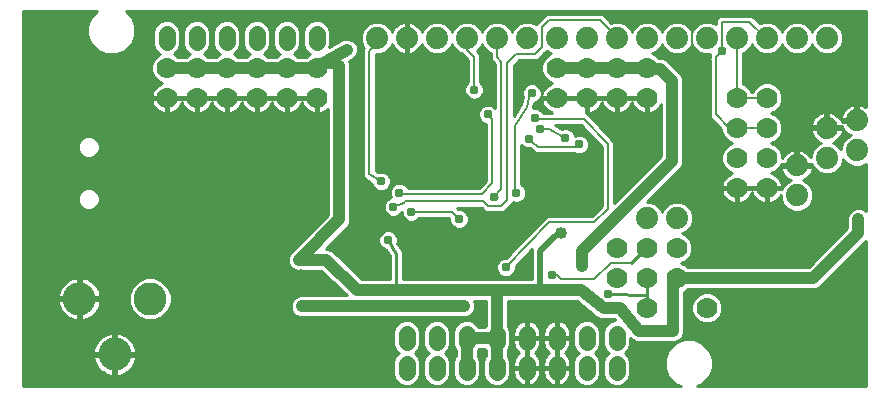
<source format=gbr>
G75*
G70*
%OFA0B0*%
%FSLAX24Y24*%
%IPPOS*%
%LPD*%
%AMOC8*
5,1,8,0,0,1.08239X$1,22.5*
%
%ADD10C,0.0700*%
%ADD11C,0.0560*%
%ADD12C,0.0740*%
%ADD13C,0.1100*%
%ADD14C,0.0310*%
%ADD15C,0.0080*%
%ADD16C,0.0400*%
%ADD17C,0.0400*%
%ADD18C,0.0100*%
%ADD19C,0.0200*%
%ADD20C,0.0160*%
%ADD21C,0.0150*%
%ADD22C,0.0350*%
%ADD23C,0.0340*%
%ADD24C,0.0120*%
D10*
X006450Y011150D03*
X007450Y011150D03*
X008450Y011150D03*
X009450Y011150D03*
X010450Y011150D03*
X011450Y011150D03*
X011450Y012150D03*
X010450Y012150D03*
X009450Y012150D03*
X008450Y012150D03*
X007450Y012150D03*
X006450Y012150D03*
X019450Y012150D03*
X020450Y012150D03*
X021450Y012150D03*
X022450Y012150D03*
X022450Y011150D03*
X021450Y011150D03*
X020450Y011150D03*
X019450Y011150D03*
X025450Y011150D03*
X026450Y011150D03*
X026450Y010150D03*
X025450Y010150D03*
X025450Y009150D03*
X026450Y009150D03*
X026450Y008150D03*
X025450Y008150D03*
X023450Y006150D03*
X022450Y006150D03*
X021450Y006150D03*
X021450Y005150D03*
X022450Y005150D03*
X023450Y005150D03*
X022450Y004150D03*
X024450Y004150D03*
D11*
X021450Y003290D02*
X021450Y003010D01*
X020450Y003010D02*
X020450Y003290D01*
X019450Y003290D02*
X019450Y003010D01*
X019450Y002290D02*
X019450Y002010D01*
X020450Y002010D02*
X020450Y002290D01*
X021450Y002290D02*
X021450Y002010D01*
X018450Y002010D02*
X018450Y002290D01*
X017450Y002290D02*
X017450Y002010D01*
X016450Y002010D02*
X016450Y002290D01*
X015450Y002290D02*
X015450Y002010D01*
X014450Y002010D02*
X014450Y002290D01*
X014450Y003010D02*
X014450Y003290D01*
X015450Y003290D02*
X015450Y003010D01*
X016450Y003010D02*
X016450Y003290D01*
X017450Y003290D02*
X017450Y003010D01*
X018450Y003010D02*
X018450Y003290D01*
X011450Y013010D02*
X011450Y013290D01*
X010450Y013290D02*
X010450Y013010D01*
X009450Y013010D02*
X009450Y013290D01*
X008450Y013290D02*
X008450Y013010D01*
X007450Y013010D02*
X007450Y013290D01*
X006450Y013290D02*
X006450Y013010D01*
D12*
X013450Y013150D03*
X014450Y013150D03*
X015450Y013150D03*
X016450Y013150D03*
X017450Y013150D03*
X018450Y013150D03*
X019450Y013150D03*
X020450Y013150D03*
X021450Y013150D03*
X022450Y013150D03*
X023450Y013150D03*
X024450Y013150D03*
X025450Y013150D03*
X026450Y013150D03*
X027450Y013150D03*
X028450Y013150D03*
X029450Y010400D03*
X028450Y010150D03*
X029450Y009400D03*
X028450Y009150D03*
X027450Y008900D03*
X027450Y007900D03*
X023450Y007150D03*
X022450Y007150D03*
D13*
X005894Y004450D03*
X003531Y004450D03*
X004713Y002600D03*
D14*
X011355Y003425D03*
X011670Y003425D03*
X014100Y004750D03*
X013825Y006410D03*
X014600Y007350D03*
X014000Y007520D03*
X014200Y007995D03*
X013590Y008370D03*
X016190Y007110D03*
X017350Y007850D03*
X018100Y007980D03*
X019000Y007950D03*
X020200Y009600D03*
X019730Y009820D03*
X018875Y010105D03*
X018510Y009790D03*
X018720Y010485D03*
X018125Y010950D03*
X018620Y011305D03*
X017150Y010600D03*
X016690Y011420D03*
X012450Y012750D03*
X017750Y005500D03*
X019300Y005250D03*
X021170Y004600D03*
X016350Y004200D03*
X024950Y012710D03*
X029500Y007100D03*
D15*
X026450Y010150D02*
X025450Y010150D01*
X025200Y010150D01*
X024750Y010600D01*
X024750Y012510D01*
X024950Y012700D01*
X024950Y012710D01*
X025010Y012650D01*
X024950Y012710D02*
X024950Y013685D01*
X025850Y013685D01*
X026435Y013150D01*
X026450Y013150D01*
X025450Y013150D02*
X025450Y011150D01*
X026450Y011150D01*
X023950Y012850D02*
X023950Y013650D01*
X022450Y012150D02*
X022500Y012100D01*
X021450Y013150D02*
X021410Y013210D01*
X020890Y013730D01*
X019175Y013730D01*
X018950Y013500D01*
X018950Y012850D01*
X018720Y012620D01*
X018095Y012620D01*
X017800Y012300D01*
X017800Y007750D01*
X017600Y007550D01*
X017150Y007550D01*
X017000Y007700D01*
X014400Y007700D01*
X014350Y007650D01*
X014000Y007520D01*
X014260Y007950D02*
X016950Y007950D01*
X017300Y008300D01*
X017300Y010450D01*
X017150Y010600D01*
X016690Y011420D02*
X016690Y012500D01*
X016450Y012740D01*
X016450Y013150D01*
X016690Y012530D02*
X016690Y012500D01*
X017450Y012500D02*
X017600Y012350D01*
X017600Y008100D01*
X017350Y007850D01*
X018050Y008100D02*
X018050Y008150D01*
X018100Y007980D01*
X018050Y008150D02*
X018050Y010200D01*
X018450Y010850D01*
X018550Y011300D01*
X018620Y011305D01*
X018050Y011200D02*
X018125Y010950D01*
X018720Y010485D02*
X018815Y010485D01*
X018700Y010450D01*
X020350Y010450D01*
X021150Y009600D01*
X021150Y007450D01*
X020700Y007000D01*
X019200Y007000D01*
X017750Y005500D01*
X017450Y004750D02*
X018500Y004750D01*
X018900Y004650D01*
X019300Y005250D02*
X019450Y005250D01*
X019600Y005100D01*
X020700Y005100D01*
X021250Y005650D01*
X021950Y005650D01*
X023300Y005000D02*
X023450Y005150D01*
X023300Y005000D02*
X023330Y004950D01*
X019050Y007900D02*
X019000Y007950D01*
X018810Y009525D02*
X020110Y009525D01*
X020200Y009600D01*
X019730Y009820D02*
X019200Y010100D01*
X018875Y010105D01*
X018530Y009800D02*
X018500Y009800D01*
X018470Y009800D01*
X018810Y009525D01*
X018510Y009790D02*
X018500Y009800D01*
X015950Y007350D02*
X014600Y007350D01*
X014550Y007350D01*
X014260Y007950D02*
X014200Y007995D01*
X013590Y008370D02*
X013200Y008600D01*
X013200Y012700D01*
X013450Y012950D01*
X013450Y013150D01*
X017450Y013150D02*
X017450Y012500D01*
X015950Y007350D02*
X016190Y007110D01*
D16*
X016555Y008405D03*
X015145Y008385D03*
X015160Y009795D03*
X016560Y009795D03*
X015075Y011640D03*
X014960Y012535D03*
X013710Y012325D03*
X012780Y011765D03*
X012410Y013460D03*
X004660Y011510D03*
X006700Y005990D03*
X006205Y005720D03*
X006700Y005500D03*
X007015Y005150D03*
X006760Y004665D03*
X006435Y005110D03*
X007595Y004295D03*
X007830Y003900D03*
X007200Y003900D03*
X006730Y004165D03*
X008370Y004695D03*
X008555Y005160D03*
X009025Y005155D03*
X009210Y005555D03*
X008360Y005575D03*
X007590Y006040D03*
X010585Y005145D03*
X010910Y005240D03*
X010940Y004765D03*
X010950Y004200D03*
X012515Y003635D03*
X010850Y005750D03*
X019600Y006650D03*
X020300Y005550D03*
X021560Y008110D03*
X027760Y005710D03*
X029560Y005760D03*
X025410Y002110D03*
X028845Y011375D03*
D17*
X023300Y011700D02*
X023300Y009050D01*
X020300Y006050D01*
X020300Y005550D01*
X020250Y004750D02*
X021010Y004135D01*
X021550Y004140D01*
X022190Y003385D01*
X023330Y003380D01*
X023330Y004950D01*
X023450Y005150D02*
X028000Y005150D01*
X029500Y006650D01*
X029500Y007100D01*
X023300Y011700D02*
X022900Y012100D01*
X022500Y012100D01*
X022450Y012150D02*
X021450Y012150D01*
X020450Y012150D01*
X019450Y012150D01*
X012450Y012750D02*
X011500Y012200D01*
X011450Y012150D02*
X010450Y012150D01*
X009450Y012150D01*
X008450Y012150D01*
X007450Y012150D01*
X006450Y012150D01*
X012200Y012200D02*
X012200Y007100D01*
X010850Y005750D01*
X011750Y005750D01*
X012800Y004750D01*
X014100Y004750D01*
X017450Y004750D01*
X017450Y003150D01*
X016450Y003150D01*
X016450Y002150D01*
X017450Y002150D02*
X017450Y003150D01*
X016350Y004200D02*
X010950Y004200D01*
X017450Y004750D02*
X020250Y004750D01*
D18*
X001645Y001595D02*
X001645Y001545D01*
X023582Y001545D01*
X023397Y001622D01*
X023172Y001847D01*
X023050Y002141D01*
X023050Y002459D01*
X023172Y002753D01*
X023397Y002978D01*
X023691Y003100D01*
X024009Y003100D01*
X024303Y002978D01*
X024528Y002753D01*
X024650Y002459D01*
X024650Y002141D01*
X024528Y001847D01*
X024303Y001622D01*
X024118Y001545D01*
X029710Y001545D01*
X029718Y001552D01*
X029755Y001548D01*
X029755Y006382D01*
X029710Y006336D01*
X028210Y004836D01*
X028074Y004780D01*
X023815Y004780D01*
X023745Y004709D01*
X023700Y004691D01*
X023700Y003453D01*
X023700Y003452D01*
X023700Y003379D01*
X023700Y003306D01*
X023700Y003306D01*
X023700Y003305D01*
X023672Y003238D01*
X023644Y003170D01*
X023643Y003170D01*
X023643Y003169D01*
X023591Y003118D01*
X023540Y003066D01*
X023539Y003066D01*
X023538Y003065D01*
X023471Y003038D01*
X023404Y003010D01*
X023403Y003010D01*
X023402Y003010D01*
X023329Y003010D01*
X023256Y003010D01*
X023256Y003010D01*
X022247Y003015D01*
X022233Y003010D01*
X022174Y003015D01*
X022115Y003015D01*
X022101Y003021D01*
X022086Y003022D01*
X022034Y003049D01*
X021979Y003072D01*
X021969Y003083D01*
X021955Y003090D01*
X021917Y003135D01*
X021900Y003152D01*
X021900Y002920D01*
X021831Y002755D01*
X021726Y002650D01*
X021831Y002545D01*
X021900Y002380D01*
X021900Y001920D01*
X021831Y001755D01*
X021705Y001629D01*
X021540Y001560D01*
X021360Y001560D01*
X021195Y001629D01*
X021069Y001755D01*
X021000Y001920D01*
X021000Y002380D01*
X021069Y002545D01*
X021174Y002650D01*
X021069Y002755D01*
X021000Y002920D01*
X021000Y003380D01*
X021069Y003545D01*
X021195Y003671D01*
X021360Y003740D01*
X021404Y003740D01*
X021380Y003768D01*
X021031Y003765D01*
X020976Y003759D01*
X020958Y003765D01*
X020940Y003764D01*
X020888Y003785D01*
X020834Y003801D01*
X020820Y003813D01*
X020803Y003819D01*
X020763Y003859D01*
X020119Y004380D01*
X017820Y004380D01*
X017820Y003556D01*
X017831Y003545D01*
X017900Y003380D01*
X017900Y002920D01*
X017831Y002755D01*
X017820Y002744D01*
X017820Y002556D01*
X017831Y002545D01*
X017900Y002380D01*
X017900Y001920D01*
X017831Y001755D01*
X017705Y001629D01*
X017540Y001560D01*
X017360Y001560D01*
X017195Y001629D01*
X017069Y001755D01*
X017000Y001920D01*
X017000Y002380D01*
X017069Y002545D01*
X017080Y002556D01*
X017080Y002744D01*
X017069Y002755D01*
X017058Y002780D01*
X016842Y002780D01*
X016831Y002755D01*
X016820Y002744D01*
X016820Y002556D01*
X016831Y002545D01*
X016900Y002380D01*
X016900Y001920D01*
X016831Y001755D01*
X016705Y001629D01*
X016540Y001560D01*
X016360Y001560D01*
X016195Y001629D01*
X016069Y001755D01*
X016000Y001920D01*
X016000Y002380D01*
X016069Y002545D01*
X016080Y002556D01*
X016080Y002744D01*
X016069Y002755D01*
X016000Y002920D01*
X016000Y003380D01*
X016069Y003545D01*
X016195Y003671D01*
X016360Y003740D01*
X016540Y003740D01*
X016705Y003671D01*
X016831Y003545D01*
X016842Y003520D01*
X017058Y003520D01*
X017069Y003545D01*
X017080Y003556D01*
X017080Y004380D01*
X016676Y004380D01*
X016720Y004274D01*
X016720Y004126D01*
X016664Y003990D01*
X016560Y003886D01*
X016424Y003830D01*
X010876Y003830D01*
X010740Y003886D01*
X010636Y003990D01*
X010580Y004126D01*
X010580Y004274D01*
X010636Y004410D01*
X010740Y004514D01*
X010876Y004570D01*
X012453Y004570D01*
X011602Y005380D01*
X010776Y005380D01*
X010640Y005436D01*
X010536Y005540D01*
X010480Y005676D01*
X010480Y005824D01*
X010536Y005960D01*
X011830Y007253D01*
X011830Y010795D01*
X011789Y010753D01*
X011723Y010705D01*
X011650Y010668D01*
X011572Y010643D01*
X011491Y010630D01*
X011488Y010630D01*
X011488Y011112D01*
X011412Y011112D01*
X010930Y011112D01*
X010488Y011112D01*
X010488Y011188D01*
X011412Y011188D01*
X011412Y011112D01*
X011412Y010630D01*
X011409Y010630D01*
X011328Y010643D01*
X011250Y010668D01*
X011177Y010705D01*
X011111Y010753D01*
X011053Y010811D01*
X011005Y010877D01*
X010968Y010950D01*
X010950Y011006D01*
X010932Y010950D01*
X010895Y010877D01*
X010847Y010811D01*
X010789Y010753D01*
X010723Y010705D01*
X010650Y010668D01*
X010572Y010643D01*
X010491Y010630D01*
X010488Y010630D01*
X010488Y011112D01*
X010412Y011112D01*
X009970Y011112D01*
X009488Y011112D01*
X009488Y011188D01*
X010412Y011188D01*
X010412Y011112D01*
X010412Y010630D01*
X010409Y010630D01*
X010328Y010643D01*
X010250Y010668D01*
X010177Y010705D01*
X010111Y010753D01*
X010053Y010811D01*
X010005Y010877D01*
X009968Y010950D01*
X009950Y011006D01*
X009932Y010950D01*
X009895Y010877D01*
X009847Y010811D01*
X009789Y010753D01*
X009723Y010705D01*
X009650Y010668D01*
X009572Y010643D01*
X009491Y010630D01*
X009488Y010630D01*
X009488Y011112D01*
X009412Y011112D01*
X008930Y011112D01*
X008488Y011112D01*
X008488Y011188D01*
X009412Y011188D01*
X009412Y011112D01*
X009412Y010630D01*
X009409Y010630D01*
X009328Y010643D01*
X009250Y010668D01*
X009177Y010705D01*
X009111Y010753D01*
X009053Y010811D01*
X009005Y010877D01*
X008968Y010950D01*
X008950Y011006D01*
X008932Y010950D01*
X008895Y010877D01*
X008847Y010811D01*
X008789Y010753D01*
X008723Y010705D01*
X008650Y010668D01*
X008572Y010643D01*
X008491Y010630D01*
X008488Y010630D01*
X008488Y011112D01*
X008412Y011112D01*
X007930Y011112D01*
X007488Y011112D01*
X007488Y011188D01*
X008412Y011188D01*
X008412Y011112D01*
X008412Y010630D01*
X008409Y010630D01*
X008328Y010643D01*
X008250Y010668D01*
X008177Y010705D01*
X008111Y010753D01*
X008053Y010811D01*
X008005Y010877D01*
X007968Y010950D01*
X007950Y011006D01*
X007932Y010950D01*
X007895Y010877D01*
X007847Y010811D01*
X007789Y010753D01*
X007723Y010705D01*
X007650Y010668D01*
X007572Y010643D01*
X007491Y010630D01*
X007488Y010630D01*
X007488Y011112D01*
X007412Y011112D01*
X006930Y011112D01*
X006488Y011112D01*
X006488Y011188D01*
X007412Y011188D01*
X007412Y011112D01*
X007412Y010630D01*
X007409Y010630D01*
X007328Y010643D01*
X007250Y010668D01*
X007177Y010705D01*
X007111Y010753D01*
X007053Y010811D01*
X007005Y010877D01*
X006968Y010950D01*
X006950Y011006D01*
X006932Y010950D01*
X006895Y010877D01*
X006847Y010811D01*
X006789Y010753D01*
X006723Y010705D01*
X006650Y010668D01*
X006572Y010643D01*
X006491Y010630D01*
X006488Y010630D01*
X006488Y011112D01*
X006412Y011112D01*
X006412Y010630D01*
X006409Y010630D01*
X006328Y010643D01*
X006250Y010668D01*
X006177Y010705D01*
X006111Y010753D01*
X006053Y010811D01*
X006005Y010877D01*
X005968Y010950D01*
X005943Y011028D01*
X005930Y011109D01*
X005930Y011112D01*
X006412Y011112D01*
X006412Y011188D01*
X005930Y011188D01*
X005930Y011191D01*
X005943Y011272D01*
X005968Y011350D01*
X006005Y011423D01*
X006053Y011489D01*
X006111Y011547D01*
X006177Y011595D01*
X006250Y011632D01*
X006302Y011649D01*
X006155Y011709D01*
X006009Y011855D01*
X005930Y012047D01*
X005930Y012253D01*
X006009Y012445D01*
X006155Y012591D01*
X006221Y012618D01*
X006195Y012629D01*
X006069Y012755D01*
X006000Y012920D01*
X006000Y013380D01*
X006069Y013545D01*
X006195Y013671D01*
X006360Y013740D01*
X006540Y013740D01*
X006705Y013671D01*
X006831Y013545D01*
X006900Y013380D01*
X006900Y012920D01*
X006831Y012755D01*
X006705Y012629D01*
X006679Y012618D01*
X006745Y012591D01*
X006815Y012520D01*
X007085Y012520D01*
X007155Y012591D01*
X007221Y012618D01*
X007195Y012629D01*
X007069Y012755D01*
X007000Y012920D01*
X007000Y013380D01*
X007069Y013545D01*
X007195Y013671D01*
X007360Y013740D01*
X007540Y013740D01*
X007705Y013671D01*
X007831Y013545D01*
X007900Y013380D01*
X007900Y012920D01*
X007831Y012755D01*
X007705Y012629D01*
X007679Y012618D01*
X007745Y012591D01*
X007815Y012520D01*
X008085Y012520D01*
X008155Y012591D01*
X008221Y012618D01*
X008195Y012629D01*
X008069Y012755D01*
X008000Y012920D01*
X008000Y013380D01*
X008069Y013545D01*
X008195Y013671D01*
X008360Y013740D01*
X008540Y013740D01*
X008705Y013671D01*
X008831Y013545D01*
X008900Y013380D01*
X008900Y012920D01*
X008831Y012755D01*
X008705Y012629D01*
X008679Y012618D01*
X008745Y012591D01*
X008815Y012520D01*
X009085Y012520D01*
X009155Y012591D01*
X009221Y012618D01*
X009195Y012629D01*
X009069Y012755D01*
X009000Y012920D01*
X009000Y013380D01*
X009069Y013545D01*
X009195Y013671D01*
X009360Y013740D01*
X009540Y013740D01*
X009705Y013671D01*
X009831Y013545D01*
X009900Y013380D01*
X009900Y012920D01*
X009831Y012755D01*
X009705Y012629D01*
X009679Y012618D01*
X009745Y012591D01*
X009815Y012520D01*
X010085Y012520D01*
X010155Y012591D01*
X010221Y012618D01*
X010195Y012629D01*
X010069Y012755D01*
X010000Y012920D01*
X010000Y013380D01*
X010069Y013545D01*
X010195Y013671D01*
X010360Y013740D01*
X010540Y013740D01*
X010705Y013671D01*
X010831Y013545D01*
X010900Y013380D01*
X010900Y012920D01*
X010831Y012755D01*
X010705Y012629D01*
X010679Y012618D01*
X010745Y012591D01*
X010815Y012520D01*
X011085Y012520D01*
X011155Y012591D01*
X011221Y012618D01*
X011195Y012629D01*
X011069Y012755D01*
X011000Y012920D01*
X011000Y013380D01*
X011069Y013545D01*
X011195Y013671D01*
X011360Y013740D01*
X011540Y013740D01*
X011705Y013671D01*
X011831Y013545D01*
X011900Y013380D01*
X011900Y012920D01*
X011867Y012840D01*
X012328Y013107D01*
X012474Y013126D01*
X012616Y013089D01*
X012733Y012999D01*
X012807Y012872D01*
X012826Y012726D01*
X012789Y012584D01*
X012699Y012467D01*
X012530Y012369D01*
X012570Y012274D01*
X012570Y007026D01*
X012514Y006890D01*
X011743Y006120D01*
X011745Y006120D01*
X011815Y006122D01*
X011819Y006120D01*
X011824Y006120D01*
X011887Y006094D01*
X011952Y006069D01*
X011955Y006065D01*
X011960Y006064D01*
X012008Y006015D01*
X012948Y005120D01*
X013880Y005120D01*
X013880Y005889D01*
X013763Y006085D01*
X013760Y006085D01*
X013641Y006134D01*
X013549Y006226D01*
X013500Y006345D01*
X013500Y006475D01*
X013549Y006594D01*
X013641Y006686D01*
X013760Y006735D01*
X013890Y006735D01*
X014009Y006686D01*
X014101Y006594D01*
X014150Y006475D01*
X014150Y006345D01*
X014138Y006316D01*
X014275Y006086D01*
X014320Y006041D01*
X014320Y006011D01*
X014336Y005985D01*
X014320Y005923D01*
X014320Y005120D01*
X018630Y005120D01*
X018630Y006104D01*
X018633Y006112D01*
X018075Y005534D01*
X018075Y005435D01*
X018026Y005316D01*
X017934Y005224D01*
X017815Y005175D01*
X017685Y005175D01*
X017566Y005224D01*
X017474Y005316D01*
X017425Y005435D01*
X017425Y005565D01*
X017474Y005684D01*
X017566Y005776D01*
X017685Y005825D01*
X017772Y005825D01*
X018990Y007085D01*
X018990Y007087D01*
X019050Y007147D01*
X019109Y007208D01*
X019112Y007209D01*
X019113Y007210D01*
X019198Y007210D01*
X019283Y007211D01*
X019285Y007210D01*
X020613Y007210D01*
X020940Y007537D01*
X020940Y009517D01*
X020259Y010240D01*
X019385Y010240D01*
X019609Y010122D01*
X019665Y010145D01*
X019795Y010145D01*
X019914Y010096D01*
X020006Y010004D01*
X020052Y009891D01*
X020135Y009925D01*
X020265Y009925D01*
X020384Y009876D01*
X020476Y009784D01*
X020525Y009665D01*
X020525Y009535D01*
X020476Y009416D01*
X020384Y009324D01*
X020265Y009275D01*
X020135Y009275D01*
X020039Y009315D01*
X018821Y009315D01*
X018746Y009307D01*
X018736Y009315D01*
X018723Y009315D01*
X018669Y009369D01*
X018550Y009465D01*
X018445Y009465D01*
X018326Y009514D01*
X018260Y009580D01*
X018260Y008266D01*
X018284Y008256D01*
X018376Y008164D01*
X018425Y008045D01*
X020940Y008045D01*
X020940Y007947D02*
X018425Y007947D01*
X018425Y007915D02*
X018425Y008045D01*
X018384Y008144D02*
X020940Y008144D01*
X020940Y008242D02*
X018298Y008242D01*
X018260Y008341D02*
X020940Y008341D01*
X020940Y008439D02*
X018260Y008439D01*
X018260Y008538D02*
X020940Y008538D01*
X020940Y008636D02*
X018260Y008636D01*
X018260Y008735D02*
X020940Y008735D01*
X020940Y008833D02*
X018260Y008833D01*
X018260Y008932D02*
X020940Y008932D01*
X020940Y009030D02*
X018260Y009030D01*
X018260Y009129D02*
X020940Y009129D01*
X020940Y009227D02*
X018260Y009227D01*
X018260Y009326D02*
X018712Y009326D01*
X018601Y009424D02*
X018260Y009424D01*
X018260Y009523D02*
X018318Y009523D01*
X017090Y009523D02*
X013410Y009523D01*
X013410Y009621D02*
X017090Y009621D01*
X017090Y009720D02*
X013410Y009720D01*
X013410Y009818D02*
X017090Y009818D01*
X017090Y009917D02*
X013410Y009917D01*
X013410Y010015D02*
X017090Y010015D01*
X017090Y010114D02*
X013410Y010114D01*
X013410Y010212D02*
X017090Y010212D01*
X017090Y010275D02*
X017090Y008387D01*
X016863Y008160D01*
X014483Y008160D01*
X014476Y008179D01*
X014384Y008271D01*
X014265Y008320D01*
X014135Y008320D01*
X014016Y008271D01*
X013924Y008179D01*
X013875Y008060D01*
X013875Y007930D01*
X013914Y007836D01*
X013816Y007796D01*
X013724Y007704D01*
X013675Y007585D01*
X013675Y007455D01*
X013724Y007336D01*
X013816Y007244D01*
X013935Y007195D01*
X014065Y007195D01*
X014184Y007244D01*
X014275Y007335D01*
X014275Y007285D01*
X014324Y007166D01*
X014416Y007074D01*
X014535Y007025D01*
X014665Y007025D01*
X014784Y007074D01*
X014850Y007140D01*
X015863Y007140D01*
X015865Y007138D01*
X015865Y007045D01*
X015914Y006926D01*
X016006Y006834D01*
X016125Y006785D01*
X016255Y006785D01*
X016374Y006834D01*
X016466Y006926D01*
X016515Y007045D01*
X016515Y007175D01*
X016466Y007294D01*
X016374Y007386D01*
X016255Y007435D01*
X016162Y007435D01*
X016160Y007437D01*
X016107Y007490D01*
X016913Y007490D01*
X016940Y007463D01*
X017063Y007340D01*
X017687Y007340D01*
X017887Y007540D01*
X018010Y007663D01*
X018010Y007666D01*
X018035Y007655D01*
X018165Y007655D01*
X018284Y007704D01*
X018376Y007796D01*
X018425Y007915D01*
X018397Y007848D02*
X020940Y007848D01*
X020940Y007750D02*
X018329Y007750D01*
X017998Y007651D02*
X020940Y007651D01*
X020940Y007553D02*
X017900Y007553D01*
X017801Y007454D02*
X020857Y007454D01*
X020759Y007356D02*
X017703Y007356D01*
X017047Y007356D02*
X016404Y007356D01*
X016481Y007257D02*
X020660Y007257D01*
X021360Y007633D02*
X021360Y009597D01*
X021363Y009681D01*
X021360Y009683D01*
X021360Y009687D01*
X021301Y009746D01*
X020560Y010533D01*
X020560Y010537D01*
X020501Y010596D01*
X020443Y010657D01*
X020440Y010657D01*
X020437Y010660D01*
X020412Y010660D01*
X020412Y011112D01*
X019970Y011112D01*
X019488Y011112D01*
X019488Y011188D01*
X020412Y011188D01*
X020412Y011112D01*
X020488Y011112D01*
X020488Y011188D01*
X021412Y011188D01*
X021412Y011112D01*
X020930Y011112D01*
X020488Y011112D01*
X020488Y010630D01*
X020491Y010630D01*
X020572Y010643D01*
X020650Y010668D01*
X020723Y010705D01*
X020789Y010753D01*
X020847Y010811D01*
X020895Y010877D01*
X020932Y010950D01*
X020950Y011006D01*
X020968Y010950D01*
X021005Y010877D01*
X021053Y010811D01*
X021111Y010753D01*
X021177Y010705D01*
X021250Y010668D01*
X021328Y010643D01*
X021409Y010630D01*
X021412Y010630D01*
X021412Y011112D01*
X021488Y011112D01*
X021488Y011188D01*
X022412Y011188D01*
X022412Y011112D01*
X021930Y011112D01*
X021488Y011112D01*
X021488Y010630D01*
X021491Y010630D01*
X021572Y010643D01*
X021650Y010668D01*
X021723Y010705D01*
X021789Y010753D01*
X021847Y010811D01*
X021895Y010877D01*
X021932Y010950D01*
X021950Y011006D01*
X021968Y010950D01*
X022005Y010877D01*
X022053Y010811D01*
X022111Y010753D01*
X022177Y010705D01*
X022250Y010668D01*
X022328Y010643D01*
X022409Y010630D01*
X022412Y010630D01*
X022412Y011112D01*
X022488Y011112D01*
X022488Y010630D01*
X022491Y010630D01*
X022572Y010643D01*
X022650Y010668D01*
X022723Y010705D01*
X022789Y010753D01*
X022847Y010811D01*
X022895Y010877D01*
X022930Y010947D01*
X022930Y009203D01*
X021360Y007633D01*
X021360Y007651D02*
X021378Y007651D01*
X021360Y007750D02*
X021476Y007750D01*
X021575Y007848D02*
X021360Y007848D01*
X021360Y007947D02*
X021673Y007947D01*
X021772Y008045D02*
X021360Y008045D01*
X021360Y008144D02*
X021870Y008144D01*
X021969Y008242D02*
X021360Y008242D01*
X021360Y008341D02*
X022067Y008341D01*
X022166Y008439D02*
X021360Y008439D01*
X021360Y008538D02*
X022264Y008538D01*
X022363Y008636D02*
X021360Y008636D01*
X021360Y008735D02*
X022461Y008735D01*
X022560Y008833D02*
X021360Y008833D01*
X021360Y008932D02*
X022658Y008932D01*
X022757Y009030D02*
X021360Y009030D01*
X021360Y009129D02*
X022855Y009129D01*
X022930Y009227D02*
X021360Y009227D01*
X021360Y009326D02*
X022930Y009326D01*
X022930Y009424D02*
X021360Y009424D01*
X021360Y009523D02*
X022930Y009523D01*
X022930Y009621D02*
X021361Y009621D01*
X021327Y009720D02*
X022930Y009720D01*
X022930Y009818D02*
X021233Y009818D01*
X021140Y009917D02*
X022930Y009917D01*
X022930Y010015D02*
X021048Y010015D01*
X020955Y010114D02*
X022930Y010114D01*
X022930Y010212D02*
X020862Y010212D01*
X020770Y010311D02*
X022930Y010311D01*
X022930Y010409D02*
X020677Y010409D01*
X020584Y010508D02*
X022930Y010508D01*
X022930Y010606D02*
X020492Y010606D01*
X020488Y010705D02*
X020412Y010705D01*
X020412Y010803D02*
X020488Y010803D01*
X020488Y010902D02*
X020412Y010902D01*
X020412Y011000D02*
X020488Y011000D01*
X020488Y011099D02*
X020412Y011099D01*
X020838Y010803D02*
X021062Y010803D01*
X020993Y010902D02*
X020907Y010902D01*
X020948Y011000D02*
X020952Y011000D01*
X021179Y010705D02*
X020721Y010705D01*
X020286Y010212D02*
X019438Y010212D01*
X019871Y010114D02*
X020378Y010114D01*
X020471Y010015D02*
X019995Y010015D01*
X020042Y009917D02*
X020115Y009917D01*
X020285Y009917D02*
X020564Y009917D01*
X020656Y009818D02*
X020442Y009818D01*
X020502Y009720D02*
X020749Y009720D01*
X020842Y009621D02*
X020525Y009621D01*
X020520Y009523D02*
X020935Y009523D01*
X020940Y009424D02*
X020479Y009424D01*
X020385Y009326D02*
X020940Y009326D01*
X021412Y010705D02*
X021488Y010705D01*
X021488Y010803D02*
X021412Y010803D01*
X021412Y010902D02*
X021488Y010902D01*
X021488Y011000D02*
X021412Y011000D01*
X021412Y011099D02*
X021488Y011099D01*
X021838Y010803D02*
X022062Y010803D01*
X021993Y010902D02*
X021907Y010902D01*
X021948Y011000D02*
X021952Y011000D01*
X022179Y010705D02*
X021721Y010705D01*
X022412Y010705D02*
X022488Y010705D01*
X022488Y010803D02*
X022412Y010803D01*
X022412Y010902D02*
X022488Y010902D01*
X022488Y011000D02*
X022412Y011000D01*
X022412Y011099D02*
X022488Y011099D01*
X022838Y010803D02*
X022930Y010803D01*
X022930Y010705D02*
X022721Y010705D01*
X022907Y010902D02*
X022930Y010902D01*
X023670Y010902D02*
X024540Y010902D01*
X024540Y011000D02*
X023670Y011000D01*
X023670Y011099D02*
X024540Y011099D01*
X024540Y011197D02*
X023670Y011197D01*
X023670Y011296D02*
X024540Y011296D01*
X024540Y011394D02*
X023670Y011394D01*
X023670Y011493D02*
X024540Y011493D01*
X024540Y011591D02*
X023670Y011591D01*
X023670Y011690D02*
X024540Y011690D01*
X024540Y011788D02*
X023664Y011788D01*
X023670Y011774D02*
X023614Y011910D01*
X023214Y012310D01*
X023110Y012414D01*
X022974Y012470D01*
X022865Y012470D01*
X022745Y012591D01*
X022628Y012639D01*
X022756Y012692D01*
X022908Y012844D01*
X022950Y012946D01*
X022992Y012844D01*
X023144Y012692D01*
X023343Y012610D01*
X023557Y012610D01*
X023756Y012692D01*
X023908Y012844D01*
X023950Y012946D01*
X023992Y012844D01*
X024144Y012692D01*
X024343Y012610D01*
X024550Y012610D01*
X024542Y012602D01*
X024542Y012599D01*
X024540Y012597D01*
X024540Y012513D01*
X024538Y012428D01*
X024540Y012426D01*
X024540Y010513D01*
X024663Y010390D01*
X024930Y010123D01*
X024930Y010047D01*
X025009Y009855D01*
X025155Y009709D01*
X025298Y009650D01*
X025155Y009591D01*
X025009Y009445D01*
X024930Y009253D01*
X024930Y009047D01*
X025009Y008855D01*
X025155Y008709D01*
X025302Y008649D01*
X025250Y008632D01*
X025177Y008595D01*
X025111Y008547D01*
X025053Y008489D01*
X025005Y008423D01*
X024968Y008350D01*
X024943Y008272D01*
X024930Y008191D01*
X024930Y008188D01*
X025412Y008188D01*
X025412Y008112D01*
X025488Y008112D01*
X025488Y008188D01*
X026412Y008188D01*
X026412Y008112D01*
X026488Y008112D01*
X026488Y008188D01*
X026970Y008188D01*
X026970Y008191D01*
X026957Y008272D01*
X026932Y008350D01*
X026895Y008423D01*
X026847Y008489D01*
X026789Y008547D01*
X026723Y008595D01*
X026650Y008632D01*
X026598Y008649D01*
X026745Y008709D01*
X026891Y008855D01*
X026930Y008950D01*
X027400Y008950D01*
X027400Y009439D01*
X027324Y009427D01*
X027243Y009400D01*
X027167Y009362D01*
X027098Y009312D01*
X027038Y009252D01*
X026988Y009183D01*
X026970Y009147D01*
X026970Y009253D01*
X026891Y009445D01*
X026745Y009591D01*
X026602Y009650D01*
X026745Y009709D01*
X026891Y009855D01*
X026970Y010047D01*
X026970Y010253D01*
X026891Y010445D01*
X026745Y010591D01*
X026602Y010650D01*
X026745Y010709D01*
X026891Y010855D01*
X026970Y011047D01*
X026970Y011253D01*
X026891Y011445D01*
X026745Y011591D01*
X026553Y011670D01*
X026347Y011670D01*
X026155Y011591D01*
X026009Y011445D01*
X025974Y011360D01*
X025926Y011360D01*
X025891Y011445D01*
X025745Y011591D01*
X025660Y011626D01*
X025660Y012652D01*
X025756Y012692D01*
X025908Y012844D01*
X025950Y012946D01*
X025992Y012844D01*
X026144Y012692D01*
X026343Y012610D01*
X026557Y012610D01*
X026756Y012692D01*
X026908Y012844D01*
X026950Y012946D01*
X026992Y012844D01*
X027144Y012692D01*
X027343Y012610D01*
X027557Y012610D01*
X027756Y012692D01*
X027908Y012844D01*
X027950Y012946D01*
X027992Y012844D01*
X028144Y012692D01*
X028343Y012610D01*
X028557Y012610D01*
X028756Y012692D01*
X028908Y012844D01*
X028990Y013043D01*
X028990Y013257D01*
X028908Y013456D01*
X028756Y013608D01*
X028557Y013690D01*
X028343Y013690D01*
X028144Y013608D01*
X027992Y013456D01*
X027950Y013354D01*
X027908Y013456D01*
X027756Y013608D01*
X027557Y013690D01*
X027343Y013690D01*
X027144Y013608D01*
X026992Y013456D01*
X026950Y013354D01*
X026908Y013456D01*
X026756Y013608D01*
X026557Y013690D01*
X026343Y013690D01*
X026214Y013637D01*
X025995Y013837D01*
X025937Y013895D01*
X025932Y013895D01*
X025928Y013899D01*
X025845Y013895D01*
X024863Y013895D01*
X024740Y013772D01*
X024740Y013614D01*
X024557Y013690D01*
X024343Y013690D01*
X024144Y013608D01*
X023992Y013456D01*
X023950Y013354D01*
X023908Y013456D01*
X023756Y013608D01*
X023557Y013690D01*
X023343Y013690D01*
X023144Y013608D01*
X022992Y013456D01*
X022950Y013354D01*
X022908Y013456D01*
X022756Y013608D01*
X022557Y013690D01*
X022343Y013690D01*
X022144Y013608D01*
X021992Y013456D01*
X021950Y013354D01*
X021908Y013456D01*
X021756Y013608D01*
X021557Y013690D01*
X021343Y013690D01*
X021261Y013656D01*
X020977Y013940D01*
X019261Y013940D01*
X019260Y013941D01*
X019174Y013940D01*
X019088Y013940D01*
X019087Y013939D01*
X019086Y013939D01*
X019026Y013878D01*
X018965Y013817D01*
X018965Y013816D01*
X018801Y013648D01*
X018758Y013605D01*
X018756Y013608D01*
X018557Y013690D01*
X018343Y013690D01*
X018144Y013608D01*
X017992Y013456D01*
X017950Y013354D01*
X017908Y013456D01*
X017756Y013608D01*
X017557Y013690D01*
X017343Y013690D01*
X017144Y013608D01*
X016992Y013456D01*
X016950Y013354D01*
X016908Y013456D01*
X016756Y013608D01*
X016557Y013690D01*
X016343Y013690D01*
X016144Y013608D01*
X015992Y013456D01*
X015950Y013354D01*
X015908Y013456D01*
X015756Y013608D01*
X015557Y013690D01*
X015343Y013690D01*
X015144Y013608D01*
X014992Y013456D01*
X014951Y013356D01*
X014950Y013357D01*
X014912Y013433D01*
X014862Y013502D01*
X014802Y013562D01*
X014733Y013612D01*
X014657Y013650D01*
X014576Y013677D01*
X014492Y013690D01*
X014489Y013690D01*
X014489Y013189D01*
X014411Y013189D01*
X014411Y013690D01*
X014408Y013690D01*
X014324Y013677D01*
X014243Y013650D01*
X014167Y013612D01*
X014098Y013562D01*
X014038Y013502D01*
X013988Y013433D01*
X013950Y013357D01*
X013949Y013356D01*
X013908Y013456D01*
X013756Y013608D01*
X013557Y013690D01*
X013343Y013690D01*
X013144Y013608D01*
X012992Y013456D01*
X012910Y013257D01*
X012910Y013043D01*
X012992Y012844D01*
X013020Y012817D01*
X012990Y012787D01*
X012990Y008657D01*
X012975Y008632D01*
X012990Y008573D01*
X012990Y008513D01*
X013011Y008492D01*
X013018Y008463D01*
X013070Y008433D01*
X013113Y008390D01*
X013143Y008390D01*
X013265Y008318D01*
X013265Y008305D01*
X013314Y008186D01*
X013406Y008094D01*
X013525Y008045D01*
X012570Y008045D01*
X012570Y007947D02*
X013875Y007947D01*
X013875Y008045D02*
X013655Y008045D01*
X013774Y008094D01*
X013866Y008186D01*
X013915Y008305D01*
X013915Y008435D01*
X013866Y008554D01*
X013774Y008646D01*
X013655Y008695D01*
X013525Y008695D01*
X013482Y008677D01*
X013410Y008720D01*
X013410Y012610D01*
X013557Y012610D01*
X013756Y012692D01*
X013908Y012844D01*
X013949Y012944D01*
X013950Y012943D01*
X013988Y012867D01*
X014038Y012798D01*
X014098Y012738D01*
X014167Y012688D01*
X014243Y012650D01*
X014324Y012623D01*
X014408Y012610D01*
X014411Y012610D01*
X014411Y013111D01*
X014489Y013111D01*
X014489Y012610D01*
X014492Y012610D01*
X014576Y012623D01*
X014657Y012650D01*
X014733Y012688D01*
X014802Y012738D01*
X014862Y012798D01*
X014912Y012867D01*
X014950Y012943D01*
X014951Y012944D01*
X014992Y012844D01*
X015144Y012692D01*
X015343Y012610D01*
X015557Y012610D01*
X015756Y012692D01*
X015908Y012844D01*
X015950Y012946D01*
X015992Y012844D01*
X016144Y012692D01*
X016241Y012652D01*
X016480Y012413D01*
X016480Y011670D01*
X016414Y011604D01*
X016365Y011485D01*
X016365Y011355D01*
X016414Y011236D01*
X016506Y011144D01*
X016625Y011095D01*
X016755Y011095D01*
X016874Y011144D01*
X016966Y011236D01*
X017015Y011355D01*
X017015Y011485D01*
X016966Y011604D01*
X016900Y011670D01*
X016900Y012617D01*
X016790Y012727D01*
X016908Y012844D01*
X016950Y012946D01*
X016992Y012844D01*
X017144Y012692D01*
X017240Y012652D01*
X017240Y012413D01*
X017390Y012263D01*
X017390Y010820D01*
X017334Y010876D01*
X017215Y010925D01*
X017085Y010925D01*
X016966Y010876D01*
X016874Y010784D01*
X016825Y010665D01*
X016825Y010535D01*
X016874Y010416D01*
X016966Y010324D01*
X017085Y010275D01*
X017090Y010275D01*
X017000Y010311D02*
X013410Y010311D01*
X013410Y010409D02*
X016881Y010409D01*
X016837Y010508D02*
X013410Y010508D01*
X013410Y010606D02*
X016825Y010606D01*
X016842Y010705D02*
X013410Y010705D01*
X013410Y010803D02*
X016893Y010803D01*
X017029Y010902D02*
X013410Y010902D01*
X013410Y011000D02*
X017390Y011000D01*
X017390Y010902D02*
X017271Y010902D01*
X017390Y011099D02*
X016763Y011099D01*
X016617Y011099D02*
X013410Y011099D01*
X013410Y011197D02*
X016453Y011197D01*
X016390Y011296D02*
X013410Y011296D01*
X013410Y011394D02*
X016365Y011394D01*
X016368Y011493D02*
X013410Y011493D01*
X013410Y011591D02*
X016409Y011591D01*
X016480Y011690D02*
X013410Y011690D01*
X013410Y011788D02*
X016480Y011788D01*
X016480Y011887D02*
X013410Y011887D01*
X013410Y011985D02*
X016480Y011985D01*
X016480Y012084D02*
X013410Y012084D01*
X013410Y012182D02*
X016480Y012182D01*
X016480Y012281D02*
X013410Y012281D01*
X013410Y012379D02*
X016480Y012379D01*
X016415Y012478D02*
X013410Y012478D01*
X013410Y012576D02*
X016317Y012576D01*
X016187Y012675D02*
X015713Y012675D01*
X015837Y012773D02*
X016063Y012773D01*
X015981Y012872D02*
X015919Y012872D01*
X015187Y012675D02*
X014706Y012675D01*
X014837Y012773D02*
X015063Y012773D01*
X014981Y012872D02*
X014914Y012872D01*
X014489Y012872D02*
X014411Y012872D01*
X014411Y012970D02*
X014489Y012970D01*
X014489Y013069D02*
X014411Y013069D01*
X014411Y013266D02*
X014489Y013266D01*
X014489Y013364D02*
X014411Y013364D01*
X014411Y013463D02*
X014489Y013463D01*
X014489Y013561D02*
X014411Y013561D01*
X014411Y013660D02*
X014489Y013660D01*
X014629Y013660D02*
X015269Y013660D01*
X015097Y013561D02*
X014803Y013561D01*
X014890Y013463D02*
X014999Y013463D01*
X014954Y013364D02*
X014947Y013364D01*
X014271Y013660D02*
X013631Y013660D01*
X013803Y013561D02*
X014097Y013561D01*
X014010Y013463D02*
X013901Y013463D01*
X013946Y013364D02*
X013953Y013364D01*
X013269Y013660D02*
X011717Y013660D01*
X011815Y013561D02*
X013097Y013561D01*
X012999Y013463D02*
X011866Y013463D01*
X011900Y013364D02*
X012954Y013364D01*
X012913Y013266D02*
X011900Y013266D01*
X011900Y013167D02*
X012910Y013167D01*
X012910Y013069D02*
X012643Y013069D01*
X012750Y012970D02*
X012940Y012970D01*
X012981Y012872D02*
X012807Y012872D01*
X012820Y012773D02*
X012990Y012773D01*
X012990Y012675D02*
X012813Y012675D01*
X012783Y012576D02*
X012990Y012576D01*
X012990Y012478D02*
X012707Y012478D01*
X012548Y012379D02*
X012990Y012379D01*
X012990Y012281D02*
X012567Y012281D01*
X012570Y012182D02*
X012990Y012182D01*
X012990Y012084D02*
X012570Y012084D01*
X012570Y011985D02*
X012990Y011985D01*
X012990Y011887D02*
X012570Y011887D01*
X012570Y011788D02*
X012990Y011788D01*
X012990Y011690D02*
X012570Y011690D01*
X012570Y011591D02*
X012990Y011591D01*
X012990Y011493D02*
X012570Y011493D01*
X012570Y011394D02*
X012990Y011394D01*
X012990Y011296D02*
X012570Y011296D01*
X012570Y011197D02*
X012990Y011197D01*
X012990Y011099D02*
X012570Y011099D01*
X012570Y011000D02*
X012990Y011000D01*
X012990Y010902D02*
X012570Y010902D01*
X012570Y010803D02*
X012990Y010803D01*
X012990Y010705D02*
X012570Y010705D01*
X012570Y010606D02*
X012990Y010606D01*
X012990Y010508D02*
X012570Y010508D01*
X012570Y010409D02*
X012990Y010409D01*
X012990Y010311D02*
X012570Y010311D01*
X012570Y010212D02*
X012990Y010212D01*
X012990Y010114D02*
X012570Y010114D01*
X012570Y010015D02*
X012990Y010015D01*
X012990Y009917D02*
X012570Y009917D01*
X012570Y009818D02*
X012990Y009818D01*
X012990Y009720D02*
X012570Y009720D01*
X012570Y009621D02*
X012990Y009621D01*
X012990Y009523D02*
X012570Y009523D01*
X012570Y009424D02*
X012990Y009424D01*
X012990Y009326D02*
X012570Y009326D01*
X012570Y009227D02*
X012990Y009227D01*
X012990Y009129D02*
X012570Y009129D01*
X012570Y009030D02*
X012990Y009030D01*
X012990Y008932D02*
X012570Y008932D01*
X012570Y008833D02*
X012990Y008833D01*
X012990Y008735D02*
X012570Y008735D01*
X012570Y008636D02*
X012977Y008636D01*
X012990Y008538D02*
X012570Y008538D01*
X012570Y008439D02*
X013060Y008439D01*
X013227Y008341D02*
X012570Y008341D01*
X012570Y008242D02*
X013291Y008242D01*
X013357Y008144D02*
X012570Y008144D01*
X012570Y007848D02*
X013909Y007848D01*
X013770Y007750D02*
X012570Y007750D01*
X012570Y007651D02*
X013702Y007651D01*
X013675Y007553D02*
X012570Y007553D01*
X012570Y007454D02*
X013676Y007454D01*
X013716Y007356D02*
X012570Y007356D01*
X012570Y007257D02*
X013803Y007257D01*
X014197Y007257D02*
X014287Y007257D01*
X014332Y007159D02*
X012570Y007159D01*
X012570Y007060D02*
X014451Y007060D01*
X014749Y007060D02*
X015865Y007060D01*
X015900Y006962D02*
X012543Y006962D01*
X012486Y006863D02*
X015977Y006863D01*
X016403Y006863D02*
X018776Y006863D01*
X018871Y006962D02*
X016480Y006962D01*
X016515Y007060D02*
X018966Y007060D01*
X019061Y007159D02*
X016515Y007159D01*
X016143Y007454D02*
X016949Y007454D01*
X017350Y007850D02*
X017450Y007850D01*
X016945Y008242D02*
X014413Y008242D01*
X013987Y008242D02*
X013889Y008242D01*
X013910Y008144D02*
X013823Y008144D01*
X013655Y008045D02*
X013525Y008045D01*
X013915Y008341D02*
X017044Y008341D01*
X017090Y008439D02*
X013913Y008439D01*
X013872Y008538D02*
X017090Y008538D01*
X017090Y008636D02*
X013784Y008636D01*
X013410Y008735D02*
X017090Y008735D01*
X017090Y008833D02*
X013410Y008833D01*
X013410Y008932D02*
X017090Y008932D01*
X017090Y009030D02*
X013410Y009030D01*
X013410Y009129D02*
X017090Y009129D01*
X017090Y009227D02*
X013410Y009227D01*
X013410Y009326D02*
X017090Y009326D01*
X017090Y009424D02*
X013410Y009424D01*
X011830Y009424D02*
X004203Y009424D01*
X004211Y009443D02*
X004155Y009308D01*
X004052Y009205D01*
X003917Y009149D01*
X003771Y009149D01*
X003636Y009205D01*
X003533Y009308D01*
X003477Y009443D01*
X003477Y009589D01*
X003533Y009724D01*
X003636Y009827D01*
X003771Y009883D01*
X003917Y009883D01*
X004052Y009827D01*
X004155Y009724D01*
X004211Y009589D01*
X004211Y009443D01*
X004211Y009523D02*
X011830Y009523D01*
X011830Y009621D02*
X004197Y009621D01*
X004157Y009720D02*
X011830Y009720D01*
X011830Y009818D02*
X004061Y009818D01*
X003627Y009818D02*
X001645Y009818D01*
X001645Y009720D02*
X003531Y009720D01*
X003490Y009621D02*
X001645Y009621D01*
X001645Y009523D02*
X003477Y009523D01*
X003485Y009424D02*
X001645Y009424D01*
X001645Y009326D02*
X003526Y009326D01*
X003614Y009227D02*
X001645Y009227D01*
X001645Y009129D02*
X011830Y009129D01*
X011830Y009227D02*
X004073Y009227D01*
X004162Y009326D02*
X011830Y009326D01*
X011830Y009030D02*
X001645Y009030D01*
X001645Y008932D02*
X011830Y008932D01*
X011830Y008833D02*
X001645Y008833D01*
X001645Y008735D02*
X011830Y008735D01*
X011830Y008636D02*
X001645Y008636D01*
X001645Y008538D02*
X011830Y008538D01*
X011830Y008439D02*
X001645Y008439D01*
X001645Y008341D02*
X011830Y008341D01*
X011830Y008242D02*
X001645Y008242D01*
X001645Y008144D02*
X003753Y008144D01*
X003771Y008151D02*
X003636Y008095D01*
X003533Y007992D01*
X003477Y007857D01*
X003477Y007711D01*
X003533Y007576D01*
X003636Y007473D01*
X003771Y007417D01*
X003917Y007417D01*
X004052Y007473D01*
X004155Y007576D01*
X004211Y007711D01*
X004211Y007857D01*
X004155Y007992D01*
X004052Y008095D01*
X003917Y008151D01*
X003771Y008151D01*
X003934Y008144D02*
X011830Y008144D01*
X011830Y008045D02*
X004101Y008045D01*
X004173Y007947D02*
X011830Y007947D01*
X011830Y007848D02*
X004211Y007848D01*
X004211Y007750D02*
X011830Y007750D01*
X011830Y007651D02*
X004186Y007651D01*
X004131Y007553D02*
X011830Y007553D01*
X011830Y007454D02*
X004006Y007454D01*
X003681Y007454D02*
X001645Y007454D01*
X001645Y007356D02*
X011830Y007356D01*
X011830Y007257D02*
X001645Y007257D01*
X001645Y007159D02*
X011735Y007159D01*
X011637Y007060D02*
X001645Y007060D01*
X001645Y006962D02*
X011538Y006962D01*
X011440Y006863D02*
X001645Y006863D01*
X001645Y006765D02*
X011341Y006765D01*
X011243Y006666D02*
X001645Y006666D01*
X001645Y006568D02*
X011144Y006568D01*
X011046Y006469D02*
X001645Y006469D01*
X001645Y006371D02*
X010947Y006371D01*
X010849Y006272D02*
X001645Y006272D01*
X001645Y006174D02*
X010750Y006174D01*
X010652Y006075D02*
X001645Y006075D01*
X001645Y005977D02*
X010553Y005977D01*
X010503Y005878D02*
X001645Y005878D01*
X001645Y005780D02*
X010480Y005780D01*
X010480Y005681D02*
X001645Y005681D01*
X001645Y005583D02*
X010519Y005583D01*
X010593Y005484D02*
X001645Y005484D01*
X001645Y005386D02*
X010763Y005386D01*
X011700Y005287D02*
X001645Y005287D01*
X001645Y005189D02*
X011803Y005189D01*
X011906Y005090D02*
X006230Y005090D01*
X006302Y005060D02*
X006037Y005170D01*
X005750Y005170D01*
X005486Y005060D01*
X005283Y004858D01*
X005174Y004593D01*
X005174Y004307D01*
X005283Y004042D01*
X005486Y003840D01*
X005750Y003730D01*
X006037Y003730D01*
X006302Y003840D01*
X006504Y004042D01*
X006614Y004307D01*
X006614Y004593D01*
X006504Y004858D01*
X006302Y005060D01*
X006370Y004992D02*
X012010Y004992D01*
X012113Y004893D02*
X006469Y004893D01*
X006530Y004795D02*
X012217Y004795D01*
X012320Y004696D02*
X006571Y004696D01*
X006612Y004598D02*
X012424Y004598D01*
X012876Y005189D02*
X013880Y005189D01*
X013880Y005287D02*
X012773Y005287D01*
X012669Y005386D02*
X013880Y005386D01*
X013880Y005484D02*
X012566Y005484D01*
X012462Y005583D02*
X013880Y005583D01*
X013880Y005681D02*
X012359Y005681D01*
X012256Y005780D02*
X013880Y005780D01*
X013880Y005878D02*
X012152Y005878D01*
X012049Y005977D02*
X013828Y005977D01*
X013769Y006075D02*
X011935Y006075D01*
X011797Y006174D02*
X013602Y006174D01*
X013530Y006272D02*
X011895Y006272D01*
X011994Y006371D02*
X013500Y006371D01*
X013500Y006469D02*
X012092Y006469D01*
X012191Y006568D02*
X013538Y006568D01*
X013621Y006666D02*
X012289Y006666D01*
X012388Y006765D02*
X018680Y006765D01*
X018585Y006666D02*
X014029Y006666D01*
X014112Y006568D02*
X018490Y006568D01*
X018395Y006469D02*
X014150Y006469D01*
X014150Y006371D02*
X018299Y006371D01*
X018204Y006272D02*
X014164Y006272D01*
X014223Y006174D02*
X018109Y006174D01*
X018014Y006075D02*
X014286Y006075D01*
X014334Y005977D02*
X017919Y005977D01*
X017823Y005878D02*
X014320Y005878D01*
X014320Y005780D02*
X017576Y005780D01*
X017473Y005681D02*
X014320Y005681D01*
X014320Y005583D02*
X017432Y005583D01*
X017425Y005484D02*
X014320Y005484D01*
X014320Y005386D02*
X017446Y005386D01*
X017503Y005287D02*
X014320Y005287D01*
X014320Y005189D02*
X017653Y005189D01*
X017847Y005189D02*
X018630Y005189D01*
X018630Y005287D02*
X017997Y005287D01*
X018054Y005386D02*
X018630Y005386D01*
X018630Y005484D02*
X018075Y005484D01*
X018122Y005583D02*
X018630Y005583D01*
X018630Y005681D02*
X018217Y005681D01*
X018312Y005780D02*
X018630Y005780D01*
X018630Y005878D02*
X018407Y005878D01*
X018503Y005977D02*
X018630Y005977D01*
X018630Y006075D02*
X018598Y006075D01*
X017820Y004302D02*
X020215Y004302D01*
X020337Y004204D02*
X017820Y004204D01*
X017820Y004105D02*
X020459Y004105D01*
X020581Y004007D02*
X017820Y004007D01*
X017820Y003908D02*
X020702Y003908D01*
X020824Y003810D02*
X017820Y003810D01*
X017820Y003711D02*
X018289Y003711D01*
X018277Y003707D02*
X018214Y003675D01*
X018157Y003633D01*
X018107Y003583D01*
X018065Y003526D01*
X018033Y003463D01*
X018011Y003395D01*
X018000Y003325D01*
X018000Y003184D01*
X018416Y003184D01*
X018416Y003116D01*
X018000Y003116D01*
X018000Y002975D01*
X018011Y002905D01*
X018033Y002837D01*
X018065Y002774D01*
X018107Y002717D01*
X018157Y002667D01*
X018180Y002650D01*
X018157Y002633D01*
X018107Y002583D01*
X018065Y002526D01*
X018033Y002463D01*
X018011Y002395D01*
X018000Y002325D01*
X018000Y002184D01*
X018416Y002184D01*
X018416Y002116D01*
X018484Y002116D01*
X018484Y002184D01*
X018900Y002184D01*
X018900Y002325D01*
X018889Y002395D01*
X018867Y002463D01*
X018835Y002526D01*
X018793Y002583D01*
X018743Y002633D01*
X018720Y002650D01*
X018743Y002667D01*
X018793Y002717D01*
X018835Y002774D01*
X018867Y002837D01*
X018889Y002905D01*
X018900Y002975D01*
X018900Y003116D01*
X018484Y003116D01*
X018484Y003184D01*
X018900Y003184D01*
X018900Y003325D01*
X018889Y003395D01*
X018867Y003463D01*
X018835Y003526D01*
X018793Y003583D01*
X018743Y003633D01*
X018686Y003675D01*
X018623Y003707D01*
X018555Y003729D01*
X018485Y003740D01*
X018484Y003740D01*
X018484Y003184D01*
X018416Y003184D01*
X018416Y003740D01*
X018415Y003740D01*
X018345Y003729D01*
X018277Y003707D01*
X018416Y003711D02*
X018484Y003711D01*
X018484Y003613D02*
X018416Y003613D01*
X018416Y003514D02*
X018484Y003514D01*
X018484Y003416D02*
X018416Y003416D01*
X018416Y003317D02*
X018484Y003317D01*
X018484Y003219D02*
X018416Y003219D01*
X018416Y003120D02*
X017900Y003120D01*
X017900Y003022D02*
X018000Y003022D01*
X018008Y002923D02*
X017900Y002923D01*
X017860Y002825D02*
X018039Y002825D01*
X018100Y002726D02*
X017820Y002726D01*
X017820Y002628D02*
X018151Y002628D01*
X018067Y002529D02*
X017838Y002529D01*
X017879Y002431D02*
X018022Y002431D01*
X018001Y002332D02*
X017900Y002332D01*
X017900Y002234D02*
X018000Y002234D01*
X018000Y002116D02*
X018000Y001975D01*
X018011Y001905D01*
X018033Y001837D01*
X018065Y001774D01*
X018107Y001717D01*
X018157Y001667D01*
X018214Y001625D01*
X018277Y001593D01*
X018345Y001571D01*
X018415Y001560D01*
X018416Y001560D01*
X018416Y002116D01*
X018000Y002116D01*
X018000Y002037D02*
X017900Y002037D01*
X017900Y002135D02*
X018416Y002135D01*
X018416Y002184D02*
X018416Y003116D01*
X018484Y003116D01*
X018484Y002560D01*
X018484Y002184D01*
X018416Y002184D01*
X018416Y002234D02*
X018484Y002234D01*
X018484Y002332D02*
X018416Y002332D01*
X018416Y002431D02*
X018484Y002431D01*
X018484Y002529D02*
X018416Y002529D01*
X018416Y002628D02*
X018484Y002628D01*
X018484Y002726D02*
X018416Y002726D01*
X018416Y002825D02*
X018484Y002825D01*
X018484Y002923D02*
X018416Y002923D01*
X018416Y003022D02*
X018484Y003022D01*
X018484Y003120D02*
X019416Y003120D01*
X019416Y003116D02*
X019000Y003116D01*
X019000Y002975D01*
X019011Y002905D01*
X019033Y002837D01*
X019065Y002774D01*
X019107Y002717D01*
X019157Y002667D01*
X019180Y002650D01*
X019157Y002633D01*
X019107Y002583D01*
X019065Y002526D01*
X019033Y002463D01*
X019011Y002395D01*
X019000Y002325D01*
X019000Y002184D01*
X019416Y002184D01*
X019416Y002116D01*
X019484Y002116D01*
X019484Y002184D01*
X019900Y002184D01*
X019900Y002325D01*
X019889Y002395D01*
X019867Y002463D01*
X019835Y002526D01*
X019793Y002583D01*
X019743Y002633D01*
X019720Y002650D01*
X019743Y002667D01*
X019793Y002717D01*
X019835Y002774D01*
X019867Y002837D01*
X019889Y002905D01*
X019900Y002975D01*
X019900Y003116D01*
X019484Y003116D01*
X019484Y003184D01*
X019900Y003184D01*
X019900Y003325D01*
X019889Y003395D01*
X019867Y003463D01*
X019835Y003526D01*
X019793Y003583D01*
X019743Y003633D01*
X019686Y003675D01*
X019623Y003707D01*
X019555Y003729D01*
X019485Y003740D01*
X019484Y003740D01*
X019484Y003184D01*
X019416Y003184D01*
X019416Y003116D01*
X019484Y003116D01*
X019484Y002560D01*
X019484Y002184D01*
X019416Y002184D01*
X019416Y003116D01*
X019416Y003184D02*
X019000Y003184D01*
X019000Y003325D01*
X019011Y003395D01*
X019033Y003463D01*
X019065Y003526D01*
X019107Y003583D01*
X019157Y003633D01*
X019214Y003675D01*
X019277Y003707D01*
X019345Y003729D01*
X019415Y003740D01*
X019416Y003740D01*
X019416Y003184D01*
X019416Y003219D02*
X019484Y003219D01*
X019484Y003317D02*
X019416Y003317D01*
X019416Y003416D02*
X019484Y003416D01*
X019484Y003514D02*
X019416Y003514D01*
X019416Y003613D02*
X019484Y003613D01*
X019484Y003711D02*
X019416Y003711D01*
X019289Y003711D02*
X018611Y003711D01*
X018764Y003613D02*
X019136Y003613D01*
X019059Y003514D02*
X018841Y003514D01*
X018882Y003416D02*
X019018Y003416D01*
X019000Y003317D02*
X018900Y003317D01*
X018900Y003219D02*
X019000Y003219D01*
X019000Y003022D02*
X018900Y003022D01*
X018892Y002923D02*
X019008Y002923D01*
X019039Y002825D02*
X018861Y002825D01*
X018800Y002726D02*
X019100Y002726D01*
X019151Y002628D02*
X018749Y002628D01*
X018833Y002529D02*
X019067Y002529D01*
X019022Y002431D02*
X018878Y002431D01*
X018899Y002332D02*
X019001Y002332D01*
X019000Y002234D02*
X018900Y002234D01*
X018900Y002116D02*
X018484Y002116D01*
X018484Y001560D01*
X018485Y001560D01*
X018555Y001571D01*
X018623Y001593D01*
X018686Y001625D01*
X018743Y001667D01*
X018793Y001717D01*
X018835Y001774D01*
X018867Y001837D01*
X018889Y001905D01*
X018900Y001975D01*
X018900Y002116D01*
X018900Y002037D02*
X019000Y002037D01*
X019000Y001975D02*
X019011Y001905D01*
X019033Y001837D01*
X019065Y001774D01*
X019107Y001717D01*
X019157Y001667D01*
X019214Y001625D01*
X019277Y001593D01*
X019345Y001571D01*
X019415Y001560D01*
X019416Y001560D01*
X019416Y002116D01*
X019000Y002116D01*
X019000Y001975D01*
X019006Y001938D02*
X018894Y001938D01*
X018868Y001840D02*
X019032Y001840D01*
X019089Y001741D02*
X018811Y001741D01*
X018710Y001643D02*
X019190Y001643D01*
X019416Y001643D02*
X019484Y001643D01*
X019484Y001560D02*
X019485Y001560D01*
X019555Y001571D01*
X019623Y001593D01*
X019686Y001625D01*
X019743Y001667D01*
X019793Y001717D01*
X019835Y001774D01*
X019867Y001837D01*
X019889Y001905D01*
X019900Y001975D01*
X019900Y002116D01*
X019484Y002116D01*
X019484Y001560D01*
X019484Y001741D02*
X019416Y001741D01*
X019416Y001840D02*
X019484Y001840D01*
X019484Y001938D02*
X019416Y001938D01*
X019416Y002037D02*
X019484Y002037D01*
X019484Y002135D02*
X020000Y002135D01*
X020000Y002037D02*
X019900Y002037D01*
X019894Y001938D02*
X020000Y001938D01*
X020000Y001920D02*
X020069Y001755D01*
X020195Y001629D01*
X020360Y001560D01*
X020540Y001560D01*
X020705Y001629D01*
X020831Y001755D01*
X020900Y001920D01*
X020900Y002380D01*
X020831Y002545D01*
X020726Y002650D01*
X020831Y002755D01*
X020900Y002920D01*
X020900Y003380D01*
X020831Y003545D01*
X020705Y003671D01*
X020540Y003740D01*
X020360Y003740D01*
X020195Y003671D01*
X020069Y003545D01*
X020000Y003380D01*
X020000Y002920D01*
X020069Y002755D01*
X020174Y002650D01*
X020069Y002545D01*
X020000Y002380D01*
X020000Y001920D01*
X020034Y001840D02*
X019868Y001840D01*
X019811Y001741D02*
X020083Y001741D01*
X020181Y001643D02*
X019710Y001643D01*
X019416Y002135D02*
X018484Y002135D01*
X018484Y002037D02*
X018416Y002037D01*
X018416Y001938D02*
X018484Y001938D01*
X018484Y001840D02*
X018416Y001840D01*
X018416Y001741D02*
X018484Y001741D01*
X018484Y001643D02*
X018416Y001643D01*
X018190Y001643D02*
X017719Y001643D01*
X017817Y001741D02*
X018089Y001741D01*
X018032Y001840D02*
X017866Y001840D01*
X017900Y001938D02*
X018006Y001938D01*
X017181Y001643D02*
X016719Y001643D01*
X016817Y001741D02*
X017083Y001741D01*
X017034Y001840D02*
X016866Y001840D01*
X016900Y001938D02*
X017000Y001938D01*
X017000Y002037D02*
X016900Y002037D01*
X016900Y002135D02*
X017000Y002135D01*
X017000Y002234D02*
X016900Y002234D01*
X016900Y002332D02*
X017000Y002332D01*
X017021Y002431D02*
X016879Y002431D01*
X016838Y002529D02*
X017062Y002529D01*
X017080Y002628D02*
X016820Y002628D01*
X016820Y002726D02*
X017080Y002726D01*
X017900Y003219D02*
X018000Y003219D01*
X018000Y003317D02*
X017900Y003317D01*
X017885Y003416D02*
X018018Y003416D01*
X018059Y003514D02*
X017844Y003514D01*
X017820Y003613D02*
X018136Y003613D01*
X017080Y003613D02*
X016764Y003613D01*
X016610Y003711D02*
X017080Y003711D01*
X017080Y003810D02*
X006229Y003810D01*
X006370Y003908D02*
X010719Y003908D01*
X010630Y004007D02*
X006468Y004007D01*
X006530Y004105D02*
X010589Y004105D01*
X010580Y004204D02*
X006571Y004204D01*
X006612Y004302D02*
X010592Y004302D01*
X010633Y004401D02*
X006614Y004401D01*
X006614Y004499D02*
X010726Y004499D01*
X014100Y004750D02*
X014100Y005950D01*
X013825Y006410D01*
X016708Y004302D02*
X017080Y004302D01*
X017080Y004204D02*
X016720Y004204D01*
X016711Y004105D02*
X017080Y004105D01*
X017080Y004007D02*
X016670Y004007D01*
X016581Y003908D02*
X017080Y003908D01*
X016290Y003711D02*
X015610Y003711D01*
X015540Y003740D02*
X015360Y003740D01*
X015195Y003671D01*
X015069Y003545D01*
X015000Y003380D01*
X015000Y002920D01*
X015069Y002755D01*
X015174Y002650D01*
X015069Y002545D01*
X015000Y002380D01*
X015000Y001920D01*
X015069Y001755D01*
X015195Y001629D01*
X015360Y001560D01*
X015540Y001560D01*
X015705Y001629D01*
X015831Y001755D01*
X015900Y001920D01*
X015900Y002380D01*
X015831Y002545D01*
X015726Y002650D01*
X015831Y002755D01*
X015900Y002920D01*
X015900Y003380D01*
X015831Y003545D01*
X015705Y003671D01*
X015540Y003740D01*
X015290Y003711D02*
X014610Y003711D01*
X014540Y003740D02*
X014360Y003740D01*
X014195Y003671D01*
X014069Y003545D01*
X014000Y003380D01*
X014000Y002920D01*
X014069Y002755D01*
X014174Y002650D01*
X014069Y002545D01*
X014000Y002380D01*
X014000Y001920D01*
X014069Y001755D01*
X014195Y001629D01*
X014360Y001560D01*
X014540Y001560D01*
X014705Y001629D01*
X014831Y001755D01*
X014900Y001920D01*
X014900Y002380D01*
X014831Y002545D01*
X014726Y002650D01*
X014831Y002755D01*
X014900Y002920D01*
X014900Y003380D01*
X014831Y003545D01*
X014705Y003671D01*
X014540Y003740D01*
X014290Y003711D02*
X001645Y003711D01*
X001645Y003613D02*
X014136Y003613D01*
X014056Y003514D02*
X001645Y003514D01*
X001645Y003416D02*
X014015Y003416D01*
X014000Y003317D02*
X004780Y003317D01*
X004763Y003317D02*
X004663Y003317D01*
X004663Y003319D02*
X004572Y003307D01*
X004481Y003283D01*
X004393Y003247D01*
X004312Y003200D01*
X004237Y003142D01*
X004170Y003075D01*
X004113Y003000D01*
X004065Y002919D01*
X004029Y002832D01*
X004005Y002740D01*
X003993Y002650D01*
X004663Y002650D01*
X004663Y003319D01*
X004646Y003317D02*
X001645Y003317D01*
X001645Y003219D02*
X004345Y003219D01*
X004215Y003120D02*
X001645Y003120D01*
X001645Y003022D02*
X004129Y003022D01*
X004068Y002923D02*
X001645Y002923D01*
X001645Y002825D02*
X004027Y002825D01*
X004003Y002726D02*
X001645Y002726D01*
X001645Y002628D02*
X004663Y002628D01*
X004663Y002650D02*
X004663Y002550D01*
X004763Y002550D01*
X004763Y002650D01*
X005432Y002650D01*
X005420Y002740D01*
X005396Y002832D01*
X005360Y002919D01*
X005313Y003000D01*
X005255Y003075D01*
X005188Y003142D01*
X005113Y003200D01*
X005032Y003247D01*
X004945Y003283D01*
X004853Y003307D01*
X004763Y003319D01*
X004763Y002650D01*
X004663Y002650D01*
X004663Y002726D02*
X004763Y002726D01*
X004763Y002628D02*
X014151Y002628D01*
X014098Y002726D02*
X005422Y002726D01*
X005398Y002825D02*
X014040Y002825D01*
X014000Y002923D02*
X005357Y002923D01*
X005296Y003022D02*
X014000Y003022D01*
X014000Y003120D02*
X005210Y003120D01*
X005081Y003219D02*
X014000Y003219D01*
X014764Y003613D02*
X015136Y003613D01*
X015056Y003514D02*
X014844Y003514D01*
X014885Y003416D02*
X015015Y003416D01*
X015000Y003317D02*
X014900Y003317D01*
X014900Y003219D02*
X015000Y003219D01*
X015000Y003120D02*
X014900Y003120D01*
X014900Y003022D02*
X015000Y003022D01*
X015000Y002923D02*
X014900Y002923D01*
X014860Y002825D02*
X015040Y002825D01*
X015098Y002726D02*
X014802Y002726D01*
X014749Y002628D02*
X015151Y002628D01*
X015062Y002529D02*
X014838Y002529D01*
X014879Y002431D02*
X015021Y002431D01*
X015000Y002332D02*
X014900Y002332D01*
X014900Y002234D02*
X015000Y002234D01*
X015000Y002135D02*
X014900Y002135D01*
X014900Y002037D02*
X015000Y002037D01*
X015000Y001938D02*
X014900Y001938D01*
X014866Y001840D02*
X015034Y001840D01*
X015083Y001741D02*
X014817Y001741D01*
X014719Y001643D02*
X015181Y001643D01*
X015719Y001643D02*
X016181Y001643D01*
X016083Y001741D02*
X015817Y001741D01*
X015866Y001840D02*
X016034Y001840D01*
X016000Y001938D02*
X015900Y001938D01*
X015900Y002037D02*
X016000Y002037D01*
X016000Y002135D02*
X015900Y002135D01*
X015900Y002234D02*
X016000Y002234D01*
X016000Y002332D02*
X015900Y002332D01*
X015879Y002431D02*
X016021Y002431D01*
X016062Y002529D02*
X015838Y002529D01*
X015749Y002628D02*
X016080Y002628D01*
X016080Y002726D02*
X015802Y002726D01*
X015860Y002825D02*
X016040Y002825D01*
X016000Y002923D02*
X015900Y002923D01*
X015900Y003022D02*
X016000Y003022D01*
X016000Y003120D02*
X015900Y003120D01*
X015900Y003219D02*
X016000Y003219D01*
X016000Y003317D02*
X015900Y003317D01*
X015885Y003416D02*
X016015Y003416D01*
X016056Y003514D02*
X015844Y003514D01*
X015764Y003613D02*
X016136Y003613D01*
X014062Y002529D02*
X005430Y002529D01*
X005432Y002550D02*
X005420Y002459D01*
X005396Y002368D01*
X005360Y002280D01*
X005313Y002199D01*
X005255Y002124D01*
X005188Y002057D01*
X005113Y002000D01*
X005032Y001952D01*
X004945Y001916D01*
X004853Y001892D01*
X004763Y001880D01*
X004763Y002550D01*
X005432Y002550D01*
X005413Y002431D02*
X014021Y002431D01*
X014000Y002332D02*
X005381Y002332D01*
X005333Y002234D02*
X014000Y002234D01*
X014000Y002135D02*
X005264Y002135D01*
X005161Y002037D02*
X014000Y002037D01*
X014000Y001938D02*
X004997Y001938D01*
X004763Y001938D02*
X004663Y001938D01*
X004663Y001880D02*
X004663Y002550D01*
X003993Y002550D01*
X004005Y002459D01*
X004029Y002368D01*
X004065Y002280D01*
X004113Y002199D01*
X004170Y002124D01*
X004237Y002057D01*
X004312Y002000D01*
X004393Y001952D01*
X004481Y001916D01*
X004572Y001892D01*
X004663Y001880D01*
X004663Y002037D02*
X004763Y002037D01*
X004763Y002135D02*
X004663Y002135D01*
X004663Y002234D02*
X004763Y002234D01*
X004763Y002332D02*
X004663Y002332D01*
X004663Y002431D02*
X004763Y002431D01*
X004763Y002529D02*
X004663Y002529D01*
X004162Y002135D02*
X001645Y002135D01*
X001645Y002037D02*
X004264Y002037D01*
X004428Y001938D02*
X001645Y001938D01*
X001645Y001840D02*
X014034Y001840D01*
X014083Y001741D02*
X001645Y001741D01*
X001645Y001643D02*
X014181Y001643D01*
X019416Y002234D02*
X019484Y002234D01*
X019484Y002332D02*
X019416Y002332D01*
X019416Y002431D02*
X019484Y002431D01*
X019484Y002529D02*
X019416Y002529D01*
X019416Y002628D02*
X019484Y002628D01*
X019484Y002726D02*
X019416Y002726D01*
X019416Y002825D02*
X019484Y002825D01*
X019484Y002923D02*
X019416Y002923D01*
X019416Y003022D02*
X019484Y003022D01*
X019484Y003120D02*
X020000Y003120D01*
X020000Y003022D02*
X019900Y003022D01*
X019892Y002923D02*
X020000Y002923D01*
X020040Y002825D02*
X019861Y002825D01*
X019800Y002726D02*
X020098Y002726D01*
X020151Y002628D02*
X019749Y002628D01*
X019833Y002529D02*
X020062Y002529D01*
X020021Y002431D02*
X019878Y002431D01*
X019899Y002332D02*
X020000Y002332D01*
X020000Y002234D02*
X019900Y002234D01*
X020749Y002628D02*
X021151Y002628D01*
X021098Y002726D02*
X020802Y002726D01*
X020860Y002825D02*
X021040Y002825D01*
X021000Y002923D02*
X020900Y002923D01*
X020900Y003022D02*
X021000Y003022D01*
X021000Y003120D02*
X020900Y003120D01*
X020900Y003219D02*
X021000Y003219D01*
X021000Y003317D02*
X020900Y003317D01*
X020885Y003416D02*
X021015Y003416D01*
X021056Y003514D02*
X020844Y003514D01*
X020764Y003613D02*
X021136Y003613D01*
X021290Y003711D02*
X020610Y003711D01*
X020290Y003711D02*
X019611Y003711D01*
X019764Y003613D02*
X020136Y003613D01*
X020056Y003514D02*
X019841Y003514D01*
X019882Y003416D02*
X020015Y003416D01*
X020000Y003317D02*
X019900Y003317D01*
X019900Y003219D02*
X020000Y003219D01*
X020838Y002529D02*
X021062Y002529D01*
X021021Y002431D02*
X020879Y002431D01*
X020900Y002332D02*
X021000Y002332D01*
X021000Y002234D02*
X020900Y002234D01*
X020900Y002135D02*
X021000Y002135D01*
X021000Y002037D02*
X020900Y002037D01*
X020900Y001938D02*
X021000Y001938D01*
X021034Y001840D02*
X020866Y001840D01*
X020817Y001741D02*
X021083Y001741D01*
X021181Y001643D02*
X020719Y001643D01*
X021719Y001643D02*
X023376Y001643D01*
X023278Y001741D02*
X021817Y001741D01*
X021866Y001840D02*
X023179Y001840D01*
X023134Y001938D02*
X021900Y001938D01*
X021900Y002037D02*
X023093Y002037D01*
X023053Y002135D02*
X021900Y002135D01*
X021900Y002234D02*
X023050Y002234D01*
X023050Y002332D02*
X021900Y002332D01*
X021879Y002431D02*
X023050Y002431D01*
X023079Y002529D02*
X021838Y002529D01*
X021749Y002628D02*
X023120Y002628D01*
X023161Y002726D02*
X021802Y002726D01*
X021860Y002825D02*
X023243Y002825D01*
X023342Y002923D02*
X021900Y002923D01*
X021900Y003022D02*
X022096Y003022D01*
X021930Y003120D02*
X021900Y003120D01*
X022450Y004150D02*
X022450Y004900D01*
X022450Y004650D01*
X022450Y004580D02*
X021170Y004600D01*
X022450Y004900D02*
X022450Y005150D01*
X023602Y005650D02*
X023745Y005709D01*
X023891Y005855D01*
X023970Y006047D01*
X023970Y006253D01*
X023891Y006445D01*
X023745Y006591D01*
X023628Y006639D01*
X023756Y006692D01*
X023908Y006844D01*
X023990Y007043D01*
X023990Y007257D01*
X029165Y007257D01*
X029186Y007310D02*
X029130Y007174D01*
X029130Y006803D01*
X027847Y005520D01*
X023815Y005520D01*
X023745Y005591D01*
X023602Y005650D01*
X023677Y005681D02*
X028008Y005681D01*
X028106Y005780D02*
X023815Y005780D01*
X023900Y005878D02*
X028205Y005878D01*
X028303Y005977D02*
X023941Y005977D01*
X023970Y006075D02*
X028402Y006075D01*
X028500Y006174D02*
X023970Y006174D01*
X023962Y006272D02*
X028599Y006272D01*
X028697Y006371D02*
X023922Y006371D01*
X023866Y006469D02*
X028796Y006469D01*
X028894Y006568D02*
X023768Y006568D01*
X023693Y006666D02*
X028993Y006666D01*
X029091Y006765D02*
X023828Y006765D01*
X023916Y006863D02*
X029130Y006863D01*
X029130Y006962D02*
X023956Y006962D01*
X023990Y007060D02*
X029130Y007060D01*
X029130Y007159D02*
X023990Y007159D01*
X023990Y007257D02*
X023908Y007456D01*
X023756Y007608D01*
X023557Y007690D01*
X023343Y007690D01*
X023144Y007608D01*
X022992Y007456D01*
X022950Y007354D01*
X022908Y007456D01*
X022756Y007608D01*
X022557Y007690D01*
X022463Y007690D01*
X023510Y008736D01*
X023614Y008840D01*
X023670Y008976D01*
X023670Y011774D01*
X023623Y011887D02*
X024540Y011887D01*
X024540Y011985D02*
X023538Y011985D01*
X023440Y012084D02*
X024540Y012084D01*
X024540Y012182D02*
X023341Y012182D01*
X023243Y012281D02*
X024540Y012281D01*
X024540Y012379D02*
X023144Y012379D01*
X023187Y012675D02*
X022713Y012675D01*
X022759Y012576D02*
X024540Y012576D01*
X024539Y012478D02*
X022858Y012478D01*
X022837Y012773D02*
X023063Y012773D01*
X022981Y012872D02*
X022919Y012872D01*
X023713Y012675D02*
X024187Y012675D01*
X024063Y012773D02*
X023837Y012773D01*
X023919Y012872D02*
X023981Y012872D01*
X023954Y013364D02*
X023946Y013364D01*
X023901Y013463D02*
X023999Y013463D01*
X024097Y013561D02*
X023803Y013561D01*
X023631Y013660D02*
X024269Y013660D01*
X024631Y013660D02*
X024740Y013660D01*
X024740Y013758D02*
X021159Y013758D01*
X021257Y013660D02*
X021269Y013660D01*
X021060Y013857D02*
X024825Y013857D01*
X025975Y013857D02*
X029755Y013857D01*
X029755Y013955D02*
X005171Y013955D01*
X005076Y014051D02*
X005273Y013853D01*
X005395Y013559D01*
X005395Y013241D01*
X005273Y012947D01*
X005048Y012722D01*
X004754Y012600D01*
X004436Y012600D01*
X004142Y012722D01*
X003917Y012947D01*
X003795Y013241D01*
X003795Y013559D01*
X003917Y013853D01*
X004114Y014050D01*
X001698Y014050D01*
X001689Y014042D01*
X001645Y014047D01*
X001645Y001595D01*
X001645Y001595D01*
X001645Y002234D02*
X004093Y002234D01*
X004044Y002332D02*
X001645Y002332D01*
X001645Y002431D02*
X004013Y002431D01*
X003996Y002529D02*
X001645Y002529D01*
X001645Y003810D02*
X003201Y003810D01*
X003212Y003803D02*
X003300Y003767D01*
X003391Y003742D01*
X003481Y003730D01*
X003481Y004400D01*
X002812Y004400D01*
X002824Y004309D01*
X002848Y004218D01*
X002884Y004131D01*
X002932Y004049D01*
X002989Y003974D01*
X003056Y003908D01*
X003131Y003850D01*
X003212Y003803D01*
X003055Y003908D02*
X001645Y003908D01*
X001645Y004007D02*
X002964Y004007D01*
X002899Y004105D02*
X001645Y004105D01*
X001645Y004204D02*
X002854Y004204D01*
X002826Y004302D02*
X001645Y004302D01*
X001645Y004401D02*
X003481Y004401D01*
X003481Y004400D02*
X003481Y004500D01*
X002812Y004500D01*
X002824Y004591D01*
X002848Y004682D01*
X002884Y004769D01*
X002932Y004851D01*
X002989Y004926D01*
X003056Y004992D01*
X003131Y005050D01*
X003212Y005097D01*
X003300Y005133D01*
X003391Y005158D01*
X003481Y005170D01*
X003481Y004500D01*
X003581Y004500D01*
X003581Y005170D01*
X003672Y005158D01*
X003763Y005133D01*
X003851Y005097D01*
X003932Y005050D01*
X004007Y004992D01*
X004074Y004926D01*
X004131Y004851D01*
X004179Y004769D01*
X004215Y004682D01*
X004239Y004591D01*
X004251Y004500D01*
X003582Y004500D01*
X003582Y004400D01*
X004251Y004400D01*
X004239Y004309D01*
X004215Y004218D01*
X004179Y004131D01*
X004131Y004049D01*
X004074Y003974D01*
X004007Y003908D01*
X003932Y003850D01*
X003851Y003803D01*
X003763Y003767D01*
X003672Y003742D01*
X003581Y003730D01*
X003581Y004400D01*
X003481Y004400D01*
X003481Y004302D02*
X003581Y004302D01*
X003581Y004204D02*
X003481Y004204D01*
X003481Y004105D02*
X003581Y004105D01*
X003581Y004007D02*
X003481Y004007D01*
X003481Y003908D02*
X003581Y003908D01*
X003581Y003810D02*
X003481Y003810D01*
X003862Y003810D02*
X005559Y003810D01*
X005417Y003908D02*
X004008Y003908D01*
X004099Y004007D02*
X005319Y004007D01*
X005257Y004105D02*
X004164Y004105D01*
X004209Y004204D02*
X005216Y004204D01*
X005176Y004302D02*
X004237Y004302D01*
X004237Y004598D02*
X005175Y004598D01*
X005174Y004499D02*
X003582Y004499D01*
X003582Y004401D02*
X005174Y004401D01*
X005216Y004696D02*
X004209Y004696D01*
X004164Y004795D02*
X005257Y004795D01*
X005318Y004893D02*
X004099Y004893D01*
X004008Y004992D02*
X005417Y004992D01*
X005557Y005090D02*
X003863Y005090D01*
X003581Y005090D02*
X003481Y005090D01*
X003481Y004992D02*
X003581Y004992D01*
X003581Y004893D02*
X003481Y004893D01*
X003481Y004795D02*
X003581Y004795D01*
X003581Y004696D02*
X003481Y004696D01*
X003481Y004598D02*
X003581Y004598D01*
X003481Y004499D02*
X001645Y004499D01*
X001645Y004598D02*
X002826Y004598D01*
X002854Y004696D02*
X001645Y004696D01*
X001645Y004795D02*
X002899Y004795D01*
X002964Y004893D02*
X001645Y004893D01*
X001645Y004992D02*
X003055Y004992D01*
X003200Y005090D02*
X001645Y005090D01*
X004663Y003219D02*
X004763Y003219D01*
X004763Y003120D02*
X004663Y003120D01*
X004663Y003022D02*
X004763Y003022D01*
X004763Y002923D02*
X004663Y002923D01*
X004663Y002825D02*
X004763Y002825D01*
X003556Y007553D02*
X001645Y007553D01*
X001645Y007651D02*
X003502Y007651D01*
X003477Y007750D02*
X001645Y007750D01*
X001645Y007848D02*
X003477Y007848D01*
X003514Y007947D02*
X001645Y007947D01*
X001645Y008045D02*
X003586Y008045D01*
X001645Y009917D02*
X011830Y009917D01*
X011830Y010015D02*
X001645Y010015D01*
X001645Y010114D02*
X011830Y010114D01*
X011830Y010212D02*
X001645Y010212D01*
X001645Y010311D02*
X011830Y010311D01*
X011830Y010409D02*
X001645Y010409D01*
X001645Y010508D02*
X011830Y010508D01*
X011830Y010606D02*
X001645Y010606D01*
X001645Y010705D02*
X006179Y010705D01*
X006062Y010803D02*
X001645Y010803D01*
X001645Y010902D02*
X005993Y010902D01*
X005952Y011000D02*
X001645Y011000D01*
X001645Y011099D02*
X005932Y011099D01*
X005931Y011197D02*
X001645Y011197D01*
X001645Y011296D02*
X005951Y011296D01*
X005991Y011394D02*
X001645Y011394D01*
X001645Y011493D02*
X006057Y011493D01*
X006172Y011591D02*
X001645Y011591D01*
X001645Y011690D02*
X006203Y011690D01*
X006077Y011788D02*
X001645Y011788D01*
X001645Y011887D02*
X005996Y011887D01*
X005955Y011985D02*
X001645Y011985D01*
X001645Y012084D02*
X005930Y012084D01*
X005930Y012182D02*
X001645Y012182D01*
X001645Y012281D02*
X005941Y012281D01*
X005982Y012379D02*
X001645Y012379D01*
X001645Y012478D02*
X006042Y012478D01*
X006141Y012576D02*
X001645Y012576D01*
X001645Y012675D02*
X004256Y012675D01*
X004091Y012773D02*
X001645Y012773D01*
X001645Y012872D02*
X003992Y012872D01*
X003907Y012970D02*
X001645Y012970D01*
X001645Y013069D02*
X003866Y013069D01*
X003826Y013167D02*
X001645Y013167D01*
X001645Y013266D02*
X003795Y013266D01*
X003795Y013364D02*
X001645Y013364D01*
X001645Y013463D02*
X003795Y013463D01*
X003796Y013561D02*
X001645Y013561D01*
X001645Y013660D02*
X003837Y013660D01*
X003877Y013758D02*
X001645Y013758D01*
X001645Y013857D02*
X003920Y013857D01*
X004019Y013955D02*
X001645Y013955D01*
X004934Y012675D02*
X006149Y012675D01*
X006061Y012773D02*
X005099Y012773D01*
X005198Y012872D02*
X006020Y012872D01*
X006000Y012970D02*
X005283Y012970D01*
X005324Y013069D02*
X006000Y013069D01*
X006000Y013167D02*
X005364Y013167D01*
X005395Y013266D02*
X006000Y013266D01*
X006000Y013364D02*
X005395Y013364D01*
X005395Y013463D02*
X006034Y013463D01*
X006085Y013561D02*
X005394Y013561D01*
X005353Y013660D02*
X006183Y013660D01*
X006717Y013660D02*
X007183Y013660D01*
X007085Y013561D02*
X006815Y013561D01*
X006866Y013463D02*
X007034Y013463D01*
X007000Y013364D02*
X006900Y013364D01*
X006900Y013266D02*
X007000Y013266D01*
X007000Y013167D02*
X006900Y013167D01*
X006900Y013069D02*
X007000Y013069D01*
X007000Y012970D02*
X006900Y012970D01*
X006880Y012872D02*
X007020Y012872D01*
X007061Y012773D02*
X006839Y012773D01*
X006751Y012675D02*
X007149Y012675D01*
X007141Y012576D02*
X006759Y012576D01*
X007751Y012675D02*
X008149Y012675D01*
X008141Y012576D02*
X007759Y012576D01*
X007839Y012773D02*
X008061Y012773D01*
X008020Y012872D02*
X007880Y012872D01*
X007900Y012970D02*
X008000Y012970D01*
X008000Y013069D02*
X007900Y013069D01*
X007900Y013167D02*
X008000Y013167D01*
X008000Y013266D02*
X007900Y013266D01*
X007900Y013364D02*
X008000Y013364D01*
X008034Y013463D02*
X007866Y013463D01*
X007815Y013561D02*
X008085Y013561D01*
X008183Y013660D02*
X007717Y013660D01*
X008717Y013660D02*
X009183Y013660D01*
X009085Y013561D02*
X008815Y013561D01*
X008866Y013463D02*
X009034Y013463D01*
X009000Y013364D02*
X008900Y013364D01*
X008900Y013266D02*
X009000Y013266D01*
X009000Y013167D02*
X008900Y013167D01*
X008900Y013069D02*
X009000Y013069D01*
X009000Y012970D02*
X008900Y012970D01*
X008880Y012872D02*
X009020Y012872D01*
X009061Y012773D02*
X008839Y012773D01*
X008751Y012675D02*
X009149Y012675D01*
X009141Y012576D02*
X008759Y012576D01*
X009751Y012675D02*
X010149Y012675D01*
X010141Y012576D02*
X009759Y012576D01*
X009839Y012773D02*
X010061Y012773D01*
X010020Y012872D02*
X009880Y012872D01*
X009900Y012970D02*
X010000Y012970D01*
X010000Y013069D02*
X009900Y013069D01*
X009900Y013167D02*
X010000Y013167D01*
X010000Y013266D02*
X009900Y013266D01*
X009900Y013364D02*
X010000Y013364D01*
X010034Y013463D02*
X009866Y013463D01*
X009815Y013561D02*
X010085Y013561D01*
X010183Y013660D02*
X009717Y013660D01*
X010717Y013660D02*
X011183Y013660D01*
X011085Y013561D02*
X010815Y013561D01*
X010866Y013463D02*
X011034Y013463D01*
X011000Y013364D02*
X010900Y013364D01*
X010900Y013266D02*
X011000Y013266D01*
X011000Y013167D02*
X010900Y013167D01*
X010900Y013069D02*
X011000Y013069D01*
X011000Y012970D02*
X010900Y012970D01*
X010880Y012872D02*
X011020Y012872D01*
X011061Y012773D02*
X010839Y012773D01*
X010751Y012675D02*
X011149Y012675D01*
X011141Y012576D02*
X010759Y012576D01*
X011880Y012872D02*
X011921Y012872D01*
X011900Y012970D02*
X012092Y012970D01*
X012262Y013069D02*
X011900Y013069D01*
X013713Y012675D02*
X014194Y012675D01*
X014063Y012773D02*
X013837Y012773D01*
X013919Y012872D02*
X013986Y012872D01*
X014411Y012773D02*
X014489Y012773D01*
X014489Y012675D02*
X014411Y012675D01*
X015631Y013660D02*
X016269Y013660D01*
X016097Y013561D02*
X015803Y013561D01*
X015901Y013463D02*
X015999Y013463D01*
X015954Y013364D02*
X015946Y013364D01*
X016631Y013660D02*
X017269Y013660D01*
X017097Y013561D02*
X016803Y013561D01*
X016901Y013463D02*
X016999Y013463D01*
X016954Y013364D02*
X016946Y013364D01*
X017631Y013660D02*
X018269Y013660D01*
X018097Y013561D02*
X017803Y013561D01*
X017901Y013463D02*
X017999Y013463D01*
X017954Y013364D02*
X017946Y013364D01*
X018631Y013660D02*
X018812Y013660D01*
X018909Y013758D02*
X005313Y013758D01*
X005270Y013857D02*
X019005Y013857D01*
X019117Y012720D02*
X019144Y012692D01*
X019272Y012639D01*
X019155Y012591D01*
X019009Y012445D01*
X018930Y012253D01*
X018930Y012047D01*
X019009Y011855D01*
X019155Y011709D01*
X019302Y011649D01*
X019250Y011632D01*
X019177Y011595D01*
X019111Y011547D01*
X019053Y011489D01*
X019005Y011423D01*
X018968Y011350D01*
X018945Y011279D01*
X018945Y011370D01*
X018896Y011489D01*
X018804Y011581D01*
X018685Y011630D01*
X018555Y011630D01*
X018436Y011581D01*
X018344Y011489D01*
X018295Y011370D01*
X018295Y011240D01*
X018312Y011199D01*
X018253Y010930D01*
X018010Y010536D01*
X018010Y012218D01*
X018187Y012410D01*
X018807Y012410D01*
X019037Y012640D01*
X019117Y012720D01*
X019072Y012675D02*
X019187Y012675D01*
X019141Y012576D02*
X018973Y012576D01*
X019042Y012478D02*
X018875Y012478D01*
X018982Y012379D02*
X018158Y012379D01*
X018068Y012281D02*
X018941Y012281D01*
X018930Y012182D02*
X018010Y012182D01*
X018010Y012084D02*
X018930Y012084D01*
X018955Y011985D02*
X018010Y011985D01*
X018010Y011887D02*
X018996Y011887D01*
X019077Y011788D02*
X018010Y011788D01*
X018010Y011690D02*
X019203Y011690D01*
X019172Y011591D02*
X018779Y011591D01*
X018892Y011493D02*
X019057Y011493D01*
X018991Y011394D02*
X018935Y011394D01*
X018945Y011296D02*
X018951Y011296D01*
X018933Y011212D02*
X018930Y011191D01*
X018930Y011188D01*
X019412Y011188D01*
X019412Y011112D01*
X018930Y011112D01*
X018930Y011109D01*
X018943Y011028D01*
X018968Y010950D01*
X019005Y010877D01*
X019053Y010811D01*
X019111Y010753D01*
X019177Y010705D01*
X019250Y010668D01*
X019275Y010660D01*
X018999Y010660D01*
X018996Y010669D01*
X018904Y010761D01*
X018785Y010810D01*
X018672Y010810D01*
X018674Y010814D01*
X018665Y010852D01*
X018695Y010984D01*
X018804Y011029D01*
X018896Y011121D01*
X018933Y011212D01*
X018931Y011197D02*
X018927Y011197D01*
X018932Y011099D02*
X018873Y011099D01*
X018952Y011000D02*
X018733Y011000D01*
X018677Y010902D02*
X018993Y010902D01*
X019062Y010803D02*
X018801Y010803D01*
X018960Y010705D02*
X019179Y010705D01*
X018268Y011000D02*
X018010Y011000D01*
X018010Y010902D02*
X018235Y010902D01*
X018175Y010803D02*
X018010Y010803D01*
X018010Y010705D02*
X018114Y010705D01*
X018053Y010606D02*
X018010Y010606D01*
X018010Y011099D02*
X018290Y011099D01*
X018312Y011197D02*
X018010Y011197D01*
X018010Y011296D02*
X018295Y011296D01*
X018305Y011394D02*
X018010Y011394D01*
X018010Y011493D02*
X018348Y011493D01*
X018461Y011591D02*
X018010Y011591D01*
X017390Y011591D02*
X016971Y011591D01*
X017012Y011493D02*
X017390Y011493D01*
X017390Y011394D02*
X017015Y011394D01*
X016990Y011296D02*
X017390Y011296D01*
X017390Y011197D02*
X016927Y011197D01*
X016900Y011690D02*
X017390Y011690D01*
X017390Y011788D02*
X016900Y011788D01*
X016900Y011887D02*
X017390Y011887D01*
X017390Y011985D02*
X016900Y011985D01*
X016900Y012084D02*
X017390Y012084D01*
X017390Y012182D02*
X016900Y012182D01*
X016900Y012281D02*
X017372Y012281D01*
X017274Y012379D02*
X016900Y012379D01*
X016900Y012478D02*
X017240Y012478D01*
X017240Y012576D02*
X016900Y012576D01*
X016842Y012675D02*
X017187Y012675D01*
X017063Y012773D02*
X016837Y012773D01*
X016919Y012872D02*
X016981Y012872D01*
X021510Y014054D02*
X029704Y014054D01*
X029703Y014055D02*
X029705Y014053D01*
X029755Y014054D01*
X029755Y010846D01*
X029733Y010862D01*
X029657Y010900D01*
X029576Y010927D01*
X029500Y010939D01*
X029500Y010450D01*
X029400Y010450D01*
X029400Y010939D01*
X029324Y010927D01*
X029243Y010900D01*
X029167Y010862D01*
X029098Y010812D01*
X029038Y010752D01*
X028988Y010683D01*
X028950Y010607D01*
X028923Y010526D01*
X028911Y010450D01*
X029400Y010450D01*
X029400Y010350D01*
X028953Y010350D01*
X028950Y010357D01*
X028912Y010433D01*
X028862Y010502D01*
X028802Y010562D01*
X028733Y010612D01*
X028657Y010650D01*
X028576Y010677D01*
X028500Y010689D01*
X028500Y010200D01*
X028947Y010200D01*
X028950Y010193D01*
X028988Y010117D01*
X029038Y010048D01*
X029098Y009988D01*
X029167Y009938D01*
X029243Y009900D01*
X029244Y009899D01*
X029144Y009858D01*
X028992Y009706D01*
X028910Y009507D01*
X028910Y009451D01*
X028908Y009456D01*
X028756Y009608D01*
X028656Y009649D01*
X028657Y009650D01*
X028733Y009688D01*
X028802Y009738D01*
X028862Y009798D01*
X028912Y009867D01*
X028950Y009943D01*
X028977Y010024D01*
X028989Y010100D01*
X028500Y010100D01*
X028500Y010200D01*
X028400Y010200D01*
X028400Y010689D01*
X028324Y010677D01*
X028243Y010650D01*
X028167Y010612D01*
X028098Y010562D01*
X028038Y010502D01*
X027988Y010433D01*
X027950Y010357D01*
X027923Y010276D01*
X027911Y010200D01*
X028400Y010200D01*
X028400Y010100D01*
X027911Y010100D01*
X027923Y010024D01*
X027950Y009943D01*
X027988Y009867D01*
X028038Y009798D01*
X028098Y009738D01*
X028167Y009688D01*
X028243Y009650D01*
X028244Y009649D01*
X028144Y009608D01*
X027992Y009456D01*
X027910Y009257D01*
X027910Y009186D01*
X027862Y009252D01*
X027802Y009312D01*
X027733Y009362D01*
X027657Y009400D01*
X027576Y009427D01*
X027500Y009439D01*
X027500Y008950D01*
X027948Y008950D01*
X027992Y008844D01*
X028144Y008692D01*
X028343Y008610D01*
X028557Y008610D01*
X028756Y008692D01*
X028908Y008844D01*
X028990Y009043D01*
X028990Y009099D01*
X028992Y009094D01*
X029144Y008942D01*
X029343Y008860D01*
X029557Y008860D01*
X029755Y008942D01*
X029755Y007368D01*
X029710Y007414D01*
X029574Y007470D01*
X029426Y007470D01*
X029290Y007414D01*
X029186Y007310D01*
X029232Y007356D02*
X023949Y007356D01*
X023909Y007454D02*
X027132Y007454D01*
X027144Y007442D02*
X027343Y007360D01*
X027557Y007360D01*
X027756Y007442D01*
X027908Y007594D01*
X027990Y007793D01*
X027990Y008007D01*
X027908Y008206D01*
X027756Y008358D01*
X027656Y008399D01*
X027657Y008400D01*
X027733Y008438D01*
X027802Y008488D01*
X027862Y008548D01*
X027912Y008617D01*
X027950Y008693D01*
X027977Y008774D01*
X027989Y008850D01*
X027500Y008850D01*
X027500Y008950D01*
X027400Y008950D01*
X027400Y008850D01*
X026911Y008850D01*
X026923Y008774D01*
X026950Y008693D01*
X026988Y008617D01*
X027038Y008548D01*
X027098Y008488D01*
X027167Y008438D01*
X027243Y008400D01*
X027244Y008399D01*
X027144Y008358D01*
X026992Y008206D01*
X026954Y008112D01*
X026488Y008112D01*
X026488Y007630D01*
X026491Y007630D01*
X026572Y007643D01*
X026650Y007668D01*
X026723Y007705D01*
X026789Y007753D01*
X026847Y007811D01*
X026895Y007877D01*
X026910Y007907D01*
X026910Y007793D01*
X026992Y007594D01*
X027144Y007442D01*
X027034Y007553D02*
X023811Y007553D01*
X023652Y007651D02*
X025303Y007651D01*
X025328Y007643D02*
X025409Y007630D01*
X025412Y007630D01*
X025412Y008112D01*
X024930Y008112D01*
X024930Y008109D01*
X024943Y008028D01*
X024968Y007950D01*
X025005Y007877D01*
X025053Y007811D01*
X025111Y007753D01*
X025177Y007705D01*
X025250Y007668D01*
X025328Y007643D01*
X025412Y007651D02*
X025488Y007651D01*
X025488Y007630D02*
X025491Y007630D01*
X025572Y007643D01*
X025650Y007668D01*
X025723Y007705D01*
X025789Y007753D01*
X025847Y007811D01*
X025895Y007877D01*
X025932Y007950D01*
X025950Y008006D01*
X025968Y007950D01*
X026005Y007877D01*
X026053Y007811D01*
X026111Y007753D01*
X026177Y007705D01*
X026250Y007668D01*
X026328Y007643D01*
X026409Y007630D01*
X026412Y007630D01*
X026412Y008112D01*
X025930Y008112D01*
X025488Y008112D01*
X025488Y007630D01*
X025597Y007651D02*
X026303Y007651D01*
X026412Y007651D02*
X026488Y007651D01*
X026488Y007750D02*
X026412Y007750D01*
X026412Y007848D02*
X026488Y007848D01*
X026488Y007947D02*
X026412Y007947D01*
X026412Y008045D02*
X026488Y008045D01*
X026488Y008144D02*
X026966Y008144D01*
X026962Y008242D02*
X027028Y008242D01*
X026935Y008341D02*
X027127Y008341D01*
X027166Y008439D02*
X026883Y008439D01*
X026798Y008538D02*
X027049Y008538D01*
X026978Y008636D02*
X026637Y008636D01*
X026770Y008735D02*
X026936Y008735D01*
X026914Y008833D02*
X026868Y008833D01*
X026922Y008932D02*
X027400Y008932D01*
X027400Y009030D02*
X027500Y009030D01*
X027500Y008932D02*
X027956Y008932D01*
X027986Y008833D02*
X028003Y008833D01*
X027964Y008735D02*
X028102Y008735D01*
X028280Y008636D02*
X027922Y008636D01*
X027851Y008538D02*
X029755Y008538D01*
X029755Y008636D02*
X028620Y008636D01*
X028798Y008735D02*
X029755Y008735D01*
X029755Y008833D02*
X028897Y008833D01*
X028944Y008932D02*
X029170Y008932D01*
X029056Y009030D02*
X028985Y009030D01*
X028916Y009523D02*
X028841Y009523D01*
X028957Y009621D02*
X028724Y009621D01*
X028776Y009720D02*
X029006Y009720D01*
X029104Y009818D02*
X028876Y009818D01*
X028937Y009917D02*
X029209Y009917D01*
X029071Y010015D02*
X028974Y010015D01*
X028991Y010114D02*
X028500Y010114D01*
X028500Y010212D02*
X028400Y010212D01*
X028400Y010114D02*
X026970Y010114D01*
X026970Y010212D02*
X027913Y010212D01*
X027934Y010311D02*
X026946Y010311D01*
X026906Y010409D02*
X027976Y010409D01*
X028044Y010508D02*
X026828Y010508D01*
X026708Y010606D02*
X028159Y010606D01*
X028400Y010606D02*
X028500Y010606D01*
X028500Y010508D02*
X028400Y010508D01*
X028400Y010409D02*
X028500Y010409D01*
X028500Y010311D02*
X028400Y010311D01*
X027926Y010015D02*
X026957Y010015D01*
X026916Y009917D02*
X027963Y009917D01*
X028024Y009818D02*
X026853Y009818D01*
X026755Y009720D02*
X028124Y009720D01*
X028176Y009621D02*
X026672Y009621D01*
X026813Y009523D02*
X028059Y009523D01*
X027979Y009424D02*
X027585Y009424D01*
X027500Y009424D02*
X027400Y009424D01*
X027315Y009424D02*
X026899Y009424D01*
X026940Y009326D02*
X027117Y009326D01*
X027020Y009227D02*
X026970Y009227D01*
X027400Y009227D02*
X027500Y009227D01*
X027500Y009129D02*
X027400Y009129D01*
X027400Y009326D02*
X027500Y009326D01*
X027783Y009326D02*
X027938Y009326D01*
X027910Y009227D02*
X027880Y009227D01*
X027734Y008439D02*
X029755Y008439D01*
X029755Y008341D02*
X027773Y008341D01*
X027872Y008242D02*
X029755Y008242D01*
X029755Y008144D02*
X027934Y008144D01*
X027974Y008045D02*
X029755Y008045D01*
X029755Y007947D02*
X027990Y007947D01*
X027990Y007848D02*
X029755Y007848D01*
X029755Y007750D02*
X027972Y007750D01*
X027931Y007651D02*
X029755Y007651D01*
X029755Y007553D02*
X027866Y007553D01*
X027768Y007454D02*
X029388Y007454D01*
X029612Y007454D02*
X029755Y007454D01*
X029744Y006371D02*
X029755Y006371D01*
X029755Y006272D02*
X029645Y006272D01*
X029547Y006174D02*
X029755Y006174D01*
X029755Y006075D02*
X029448Y006075D01*
X029350Y005977D02*
X029755Y005977D01*
X029755Y005878D02*
X029251Y005878D01*
X029153Y005780D02*
X029755Y005780D01*
X029755Y005681D02*
X029054Y005681D01*
X028956Y005583D02*
X029755Y005583D01*
X029755Y005484D02*
X028857Y005484D01*
X028759Y005386D02*
X029755Y005386D01*
X029755Y005287D02*
X028660Y005287D01*
X028562Y005189D02*
X029755Y005189D01*
X029755Y005090D02*
X028463Y005090D01*
X028365Y004992D02*
X029755Y004992D01*
X029755Y004893D02*
X028266Y004893D01*
X028109Y004795D02*
X029755Y004795D01*
X029755Y004696D02*
X023713Y004696D01*
X023700Y004598D02*
X024172Y004598D01*
X024155Y004591D02*
X024009Y004445D01*
X023930Y004253D01*
X023930Y004047D01*
X024009Y003855D01*
X024155Y003709D01*
X024347Y003630D01*
X024553Y003630D01*
X024745Y003709D01*
X024891Y003855D01*
X024970Y004047D01*
X024970Y004253D01*
X024891Y004445D01*
X024745Y004591D01*
X024553Y004670D01*
X024347Y004670D01*
X024155Y004591D01*
X024064Y004499D02*
X023700Y004499D01*
X023700Y004401D02*
X023991Y004401D01*
X023950Y004302D02*
X023700Y004302D01*
X023700Y004204D02*
X023930Y004204D01*
X023930Y004105D02*
X023700Y004105D01*
X023700Y004007D02*
X023947Y004007D01*
X023987Y003908D02*
X023700Y003908D01*
X023700Y003810D02*
X024055Y003810D01*
X024154Y003711D02*
X023700Y003711D01*
X023700Y003613D02*
X029755Y003613D01*
X029755Y003711D02*
X024746Y003711D01*
X024845Y003810D02*
X029755Y003810D01*
X029755Y003908D02*
X024913Y003908D01*
X024953Y004007D02*
X029755Y004007D01*
X029755Y004105D02*
X024970Y004105D01*
X024970Y004204D02*
X029755Y004204D01*
X029755Y004302D02*
X024950Y004302D01*
X024909Y004401D02*
X029755Y004401D01*
X029755Y004499D02*
X024836Y004499D01*
X024728Y004598D02*
X029755Y004598D01*
X029755Y003514D02*
X023700Y003514D01*
X023700Y003416D02*
X029755Y003416D01*
X029755Y003317D02*
X023700Y003317D01*
X023664Y003219D02*
X029755Y003219D01*
X029755Y003120D02*
X023593Y003120D01*
X023502Y003022D02*
X023431Y003022D01*
X024198Y003022D02*
X029755Y003022D01*
X029755Y002923D02*
X024358Y002923D01*
X024457Y002825D02*
X029755Y002825D01*
X029755Y002726D02*
X024539Y002726D01*
X024580Y002628D02*
X029755Y002628D01*
X029755Y002529D02*
X024621Y002529D01*
X024650Y002431D02*
X029755Y002431D01*
X029755Y002332D02*
X024650Y002332D01*
X024650Y002234D02*
X029755Y002234D01*
X029755Y002135D02*
X024647Y002135D01*
X024607Y002037D02*
X029755Y002037D01*
X029755Y001938D02*
X024566Y001938D01*
X024521Y001840D02*
X029755Y001840D01*
X029755Y001741D02*
X024422Y001741D01*
X024324Y001643D02*
X029755Y001643D01*
X027909Y005583D02*
X023753Y005583D01*
X022951Y007356D02*
X022949Y007356D01*
X022909Y007454D02*
X022991Y007454D01*
X023089Y007553D02*
X022811Y007553D01*
X022652Y007651D02*
X023248Y007651D01*
X022818Y008045D02*
X024940Y008045D01*
X024970Y007947D02*
X022720Y007947D01*
X022621Y007848D02*
X025027Y007848D01*
X025117Y007750D02*
X022523Y007750D01*
X022917Y008144D02*
X025412Y008144D01*
X025488Y008144D02*
X026412Y008144D01*
X026027Y007848D02*
X025873Y007848D01*
X025930Y007947D02*
X025970Y007947D01*
X026117Y007750D02*
X025783Y007750D01*
X025488Y007750D02*
X025412Y007750D01*
X025412Y007848D02*
X025488Y007848D01*
X025488Y007947D02*
X025412Y007947D01*
X025412Y008045D02*
X025488Y008045D01*
X024938Y008242D02*
X023015Y008242D01*
X023114Y008341D02*
X024965Y008341D01*
X025017Y008439D02*
X023212Y008439D01*
X023311Y008538D02*
X025102Y008538D01*
X025263Y008636D02*
X023409Y008636D01*
X023508Y008735D02*
X025130Y008735D01*
X025032Y008833D02*
X023606Y008833D01*
X023651Y008932D02*
X024978Y008932D01*
X024937Y009030D02*
X023670Y009030D01*
X023670Y009129D02*
X024930Y009129D01*
X024930Y009227D02*
X023670Y009227D01*
X023670Y009326D02*
X024960Y009326D01*
X025001Y009424D02*
X023670Y009424D01*
X023670Y009523D02*
X025087Y009523D01*
X025228Y009621D02*
X023670Y009621D01*
X023670Y009720D02*
X025145Y009720D01*
X025047Y009818D02*
X023670Y009818D01*
X023670Y009917D02*
X024984Y009917D01*
X024943Y010015D02*
X023670Y010015D01*
X023670Y010114D02*
X024930Y010114D01*
X024841Y010212D02*
X023670Y010212D01*
X023670Y010311D02*
X024742Y010311D01*
X024644Y010409D02*
X023670Y010409D01*
X023670Y010508D02*
X024545Y010508D01*
X024540Y010606D02*
X023670Y010606D01*
X023670Y010705D02*
X024540Y010705D01*
X024540Y010803D02*
X023670Y010803D01*
X025660Y011690D02*
X029755Y011690D01*
X029755Y011788D02*
X025660Y011788D01*
X025660Y011887D02*
X029755Y011887D01*
X029755Y011985D02*
X025660Y011985D01*
X025660Y012084D02*
X029755Y012084D01*
X029755Y012182D02*
X025660Y012182D01*
X025660Y012281D02*
X029755Y012281D01*
X029755Y012379D02*
X025660Y012379D01*
X025660Y012478D02*
X029755Y012478D01*
X029755Y012576D02*
X025660Y012576D01*
X025713Y012675D02*
X026187Y012675D01*
X026063Y012773D02*
X025837Y012773D01*
X025919Y012872D02*
X025981Y012872D01*
X026713Y012675D02*
X027187Y012675D01*
X027063Y012773D02*
X026837Y012773D01*
X026919Y012872D02*
X026981Y012872D01*
X027713Y012675D02*
X028187Y012675D01*
X028063Y012773D02*
X027837Y012773D01*
X027919Y012872D02*
X027981Y012872D01*
X028713Y012675D02*
X029755Y012675D01*
X029755Y012773D02*
X028837Y012773D01*
X028919Y012872D02*
X029755Y012872D01*
X029755Y012970D02*
X028960Y012970D01*
X028990Y013069D02*
X029755Y013069D01*
X029755Y013167D02*
X028990Y013167D01*
X028987Y013266D02*
X029755Y013266D01*
X029755Y013364D02*
X028946Y013364D01*
X028901Y013463D02*
X029755Y013463D01*
X029755Y013561D02*
X028803Y013561D01*
X028631Y013660D02*
X029755Y013660D01*
X029755Y013758D02*
X026081Y013758D01*
X026189Y013660D02*
X026269Y013660D01*
X026631Y013660D02*
X027269Y013660D01*
X027097Y013561D02*
X026803Y013561D01*
X026901Y013463D02*
X026999Y013463D01*
X026954Y013364D02*
X026946Y013364D01*
X027631Y013660D02*
X028269Y013660D01*
X028097Y013561D02*
X027803Y013561D01*
X027901Y013463D02*
X027999Y013463D01*
X027954Y013364D02*
X027946Y013364D01*
X029703Y014055D02*
X005076Y014051D01*
X006412Y011099D02*
X006488Y011099D01*
X006488Y011000D02*
X006412Y011000D01*
X006412Y010902D02*
X006488Y010902D01*
X006488Y010803D02*
X006412Y010803D01*
X006412Y010705D02*
X006488Y010705D01*
X006721Y010705D02*
X007179Y010705D01*
X007062Y010803D02*
X006838Y010803D01*
X006907Y010902D02*
X006993Y010902D01*
X006952Y011000D02*
X006948Y011000D01*
X007412Y011000D02*
X007488Y011000D01*
X007488Y010902D02*
X007412Y010902D01*
X007412Y010803D02*
X007488Y010803D01*
X007488Y010705D02*
X007412Y010705D01*
X007721Y010705D02*
X008179Y010705D01*
X008062Y010803D02*
X007838Y010803D01*
X007907Y010902D02*
X007993Y010902D01*
X007952Y011000D02*
X007948Y011000D01*
X008412Y011000D02*
X008488Y011000D01*
X008488Y010902D02*
X008412Y010902D01*
X008412Y010803D02*
X008488Y010803D01*
X008488Y010705D02*
X008412Y010705D01*
X008721Y010705D02*
X009179Y010705D01*
X009062Y010803D02*
X008838Y010803D01*
X008907Y010902D02*
X008993Y010902D01*
X008952Y011000D02*
X008948Y011000D01*
X008488Y011099D02*
X008412Y011099D01*
X007488Y011099D02*
X007412Y011099D01*
X009412Y011099D02*
X009488Y011099D01*
X009488Y011000D02*
X009412Y011000D01*
X009412Y010902D02*
X009488Y010902D01*
X009488Y010803D02*
X009412Y010803D01*
X009412Y010705D02*
X009488Y010705D01*
X009721Y010705D02*
X010179Y010705D01*
X010062Y010803D02*
X009838Y010803D01*
X009907Y010902D02*
X009993Y010902D01*
X009952Y011000D02*
X009948Y011000D01*
X010412Y011000D02*
X010488Y011000D01*
X010488Y010902D02*
X010412Y010902D01*
X010412Y010803D02*
X010488Y010803D01*
X010488Y010705D02*
X010412Y010705D01*
X010721Y010705D02*
X011179Y010705D01*
X011062Y010803D02*
X010838Y010803D01*
X010907Y010902D02*
X010993Y010902D01*
X010952Y011000D02*
X010948Y011000D01*
X010488Y011099D02*
X010412Y011099D01*
X011412Y011099D02*
X011488Y011099D01*
X011488Y011000D02*
X011412Y011000D01*
X011412Y010902D02*
X011488Y010902D01*
X011488Y010803D02*
X011412Y010803D01*
X011412Y010705D02*
X011488Y010705D01*
X011721Y010705D02*
X011830Y010705D01*
X021631Y013660D02*
X022269Y013660D01*
X022097Y013561D02*
X021803Y013561D01*
X021901Y013463D02*
X021999Y013463D01*
X021954Y013364D02*
X021946Y013364D01*
X022631Y013660D02*
X023269Y013660D01*
X023097Y013561D02*
X022803Y013561D01*
X022901Y013463D02*
X022999Y013463D01*
X022954Y013364D02*
X022946Y013364D01*
X025744Y011591D02*
X026156Y011591D01*
X026057Y011493D02*
X025843Y011493D01*
X025912Y011394D02*
X025988Y011394D01*
X026744Y011591D02*
X029755Y011591D01*
X029755Y011493D02*
X026843Y011493D01*
X026912Y011394D02*
X029755Y011394D01*
X029755Y011296D02*
X026953Y011296D01*
X026970Y011197D02*
X029755Y011197D01*
X029755Y011099D02*
X026970Y011099D01*
X026951Y011000D02*
X029755Y011000D01*
X029755Y010902D02*
X029654Y010902D01*
X029500Y010902D02*
X029400Y010902D01*
X029400Y010803D02*
X029500Y010803D01*
X029500Y010705D02*
X029400Y010705D01*
X029400Y010606D02*
X029500Y010606D01*
X029500Y010508D02*
X029400Y010508D01*
X029400Y010409D02*
X028924Y010409D01*
X028920Y010508D02*
X028856Y010508D01*
X028949Y010606D02*
X028741Y010606D01*
X029004Y010705D02*
X026733Y010705D01*
X026838Y010803D02*
X029089Y010803D01*
X029246Y010902D02*
X026910Y010902D01*
X029730Y008932D02*
X029755Y008932D01*
X026969Y007651D02*
X026597Y007651D01*
X026783Y007750D02*
X026928Y007750D01*
X026910Y007848D02*
X026873Y007848D01*
X029735Y014054D02*
X029755Y014054D01*
D19*
X019600Y006650D02*
X019350Y006500D01*
X018900Y006050D01*
X018900Y004650D01*
D20*
X011670Y003425D02*
X011610Y003470D01*
X011575Y003230D01*
X011555Y003250D02*
X011355Y003425D01*
X011500Y012200D02*
X012200Y012200D01*
D21*
X016530Y008535D02*
X016555Y008405D01*
D22*
X013710Y007915D03*
X010045Y005540D03*
X009440Y005150D03*
X009210Y004775D03*
X010030Y004775D03*
X008135Y005160D03*
X002433Y006902D03*
X002420Y010382D03*
D23*
X013060Y002310D03*
D24*
X021950Y005650D02*
X022450Y006150D01*
M02*

</source>
